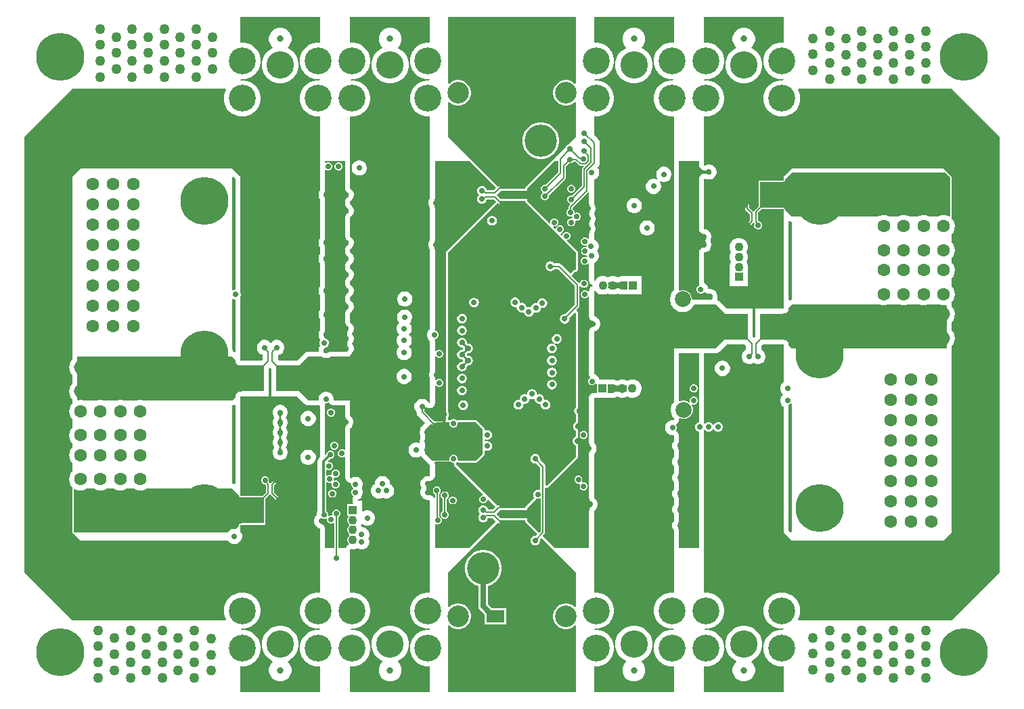
<source format=gbl>
G04*
G04 #@! TF.GenerationSoftware,Altium Limited,Altium Designer,21.3.1 (25)*
G04*
G04 Layer_Physical_Order=4*
G04 Layer_Color=16711680*
%FSLAX25Y25*%
%MOIN*%
G70*
G04*
G04 #@! TF.SameCoordinates,B8EFB4BC-30DA-42F7-88CE-EC59C6869F36*
G04*
G04*
G04 #@! TF.FilePolarity,Positive*
G04*
G01*
G75*
%ADD14C,0.00787*%
%ADD104C,0.03150*%
%ADD107C,0.01181*%
%ADD110C,0.04331*%
%ADD111R,0.04331X0.04331*%
%ADD112R,0.04331X0.04331*%
%ADD113C,0.06319*%
%ADD114C,0.15945*%
%ADD115C,0.10630*%
%ADD116C,0.07874*%
%ADD117C,0.13228*%
%ADD118C,0.13465*%
%ADD119C,0.10039*%
%ADD120C,0.02756*%
%ADD121C,0.05000*%
%ADD122C,0.23622*%
%ADD123R,0.08661X0.06102*%
%ADD124R,0.11417X0.12992*%
%ADD125R,0.12992X0.11417*%
%ADD126C,0.02756*%
G36*
X273622Y299970D02*
X273122Y299763D01*
X272716Y300168D01*
X271685Y300858D01*
X270538Y301333D01*
X269321Y301575D01*
X268080D01*
X266863Y301333D01*
X265717Y300858D01*
X264685Y300168D01*
X263808Y299291D01*
X263119Y298259D01*
X262644Y297113D01*
X262402Y295896D01*
Y294655D01*
X262644Y293438D01*
X263119Y292292D01*
X263808Y291260D01*
X264685Y290383D01*
X265717Y289693D01*
X266863Y289218D01*
X268080Y288976D01*
X269321D01*
X270538Y289218D01*
X271685Y289693D01*
X272716Y290383D01*
X273122Y290788D01*
X273622Y290581D01*
Y273622D01*
X269756Y269756D01*
X269430Y269621D01*
X268765Y268956D01*
X268630Y268630D01*
X248031Y248031D01*
X237702D01*
X237511Y248493D01*
X241754Y252737D01*
X242126D01*
X242510Y252813D01*
X242836Y253031D01*
X243053Y253356D01*
X243129Y253740D01*
X243053Y254124D01*
X242836Y254450D01*
X242510Y254667D01*
X242126Y254744D01*
X241339D01*
X240954Y254667D01*
X240629Y254450D01*
X235216Y249036D01*
X210630Y273622D01*
Y290581D01*
X211130Y290788D01*
X211536Y290383D01*
X212567Y289693D01*
X213714Y289218D01*
X214931Y288976D01*
X216172D01*
X217389Y289218D01*
X218535Y289693D01*
X219567Y290383D01*
X220444Y291260D01*
X221133Y292292D01*
X221608Y293438D01*
X221850Y294655D01*
Y295896D01*
X221608Y297113D01*
X221133Y298259D01*
X220444Y299291D01*
X219567Y300168D01*
X218535Y300858D01*
X217389Y301333D01*
X216172Y301575D01*
X214931D01*
X213714Y301333D01*
X212567Y300858D01*
X211536Y300168D01*
X211130Y299763D01*
X210630Y299970D01*
Y332677D01*
X273622D01*
Y299970D01*
D02*
G37*
G36*
X147638Y320082D02*
X147538Y320000D01*
X145770D01*
X144035Y319655D01*
X142402Y318978D01*
X140931Y317996D01*
X139681Y316746D01*
X138699Y315276D01*
X138022Y313642D01*
X137677Y311908D01*
Y310139D01*
X138022Y308405D01*
X138699Y306772D01*
X139681Y305301D01*
X140931Y304051D01*
X142402Y303069D01*
X144035Y302392D01*
X145770Y302047D01*
X147538D01*
X147553Y302035D01*
Y301990D01*
X147057Y301496D01*
X145770D01*
X144035Y301151D01*
X142402Y300474D01*
X140931Y299492D01*
X139681Y298242D01*
X138699Y296772D01*
X138022Y295138D01*
X137677Y293404D01*
Y291636D01*
X138022Y289901D01*
X138699Y288268D01*
X139681Y286798D01*
X140931Y285547D01*
X142402Y284565D01*
X144035Y283888D01*
X145770Y283543D01*
X147538D01*
X147638Y283461D01*
Y247415D01*
X147598Y247375D01*
X147105Y246522D01*
X146850Y245571D01*
Y244586D01*
X147105Y243635D01*
X147598Y242782D01*
X147638Y242742D01*
Y223793D01*
X147598Y223753D01*
X147105Y222900D01*
X146850Y221949D01*
Y220964D01*
X147105Y220013D01*
X147598Y219160D01*
X147638Y219120D01*
Y215919D01*
X147598Y215879D01*
X147105Y215026D01*
X146850Y214075D01*
Y213090D01*
X147105Y212139D01*
X147598Y211286D01*
X147638Y211246D01*
Y200171D01*
X147598Y200131D01*
X147105Y199278D01*
X146850Y198327D01*
Y197342D01*
X147105Y196391D01*
X147598Y195538D01*
X147638Y195498D01*
Y188360D01*
X147598Y188320D01*
X147105Y187467D01*
X146850Y186516D01*
Y185531D01*
X147105Y184580D01*
X147598Y183727D01*
X147638Y183687D01*
Y178518D01*
X147598Y178478D01*
X147105Y177625D01*
X146850Y176673D01*
Y175689D01*
X147105Y174738D01*
X147598Y173885D01*
X147638Y173845D01*
Y173419D01*
X147604Y173385D01*
X147244Y172517D01*
Y171577D01*
X147604Y170709D01*
X147638Y170675D01*
Y170644D01*
X147598Y170604D01*
X147105Y169751D01*
X146850Y168799D01*
Y167815D01*
X146811Y167763D01*
X141732D01*
X140811Y167579D01*
X140029Y167057D01*
X136358Y163386D01*
X127553D01*
X126827Y164112D01*
Y166066D01*
X127694Y166298D01*
X128547Y166791D01*
X129243Y167487D01*
X129736Y168340D01*
X129990Y169291D01*
Y170276D01*
X129736Y171227D01*
X129243Y172080D01*
X128547Y172776D01*
X127694Y173269D01*
X126743Y173524D01*
X125758D01*
X124807Y173269D01*
X123954Y172776D01*
X123263Y172085D01*
X122572Y172776D01*
X121719Y173269D01*
X120768Y173524D01*
X119783D01*
X118832Y173269D01*
X117979Y172776D01*
X117283Y172080D01*
X116790Y171227D01*
X116535Y170276D01*
Y169291D01*
X116790Y168340D01*
X117283Y167487D01*
X117979Y166791D01*
X118832Y166298D01*
X119268Y166182D01*
Y164144D01*
X118510Y163386D01*
X108268D01*
Y194921D01*
X108465Y195396D01*
Y196336D01*
X108268Y196811D01*
Y254590D01*
X107806Y254399D01*
X104331Y257874D01*
X29528D01*
X25591Y253937D01*
Y163978D01*
X25589Y163978D01*
X24704Y162824D01*
X24148Y161481D01*
X23958Y160039D01*
X24148Y158598D01*
X24704Y157255D01*
X25589Y156101D01*
X25591Y156100D01*
Y152167D01*
X25589Y152166D01*
X24704Y151013D01*
X24148Y149670D01*
X23958Y148228D01*
X24148Y146787D01*
X24704Y145444D01*
X25589Y144290D01*
X25591Y144289D01*
Y142325D01*
X25589Y142324D01*
X24704Y141171D01*
X24148Y139827D01*
X23958Y138386D01*
X24148Y136944D01*
X24704Y135601D01*
X25589Y134448D01*
X25591Y134447D01*
Y130514D01*
X25589Y130513D01*
X24704Y129359D01*
X24148Y128016D01*
X23958Y126575D01*
X24148Y125133D01*
X24704Y123790D01*
X25589Y122637D01*
X25591Y122636D01*
Y120671D01*
X25589Y120670D01*
X24704Y119517D01*
X24148Y118174D01*
X23958Y116732D01*
X24148Y115291D01*
X24704Y113948D01*
X25589Y112794D01*
X25591Y112793D01*
Y108860D01*
X25589Y108859D01*
X24704Y107706D01*
X24148Y106363D01*
X23958Y104921D01*
X24148Y103480D01*
X24704Y102137D01*
X25589Y100983D01*
X25591Y100982D01*
Y78740D01*
X29528Y74803D01*
X102209D01*
X102746Y74104D01*
X103527Y73505D01*
X104437Y73128D01*
X105413Y72999D01*
X106390Y73128D01*
X107300Y73505D01*
X107768Y73864D01*
X108268Y73617D01*
Y74337D01*
X108406Y74475D01*
X108899Y75328D01*
X109153Y76279D01*
Y77264D01*
X108899Y78215D01*
X108406Y79068D01*
X108268Y79207D01*
Y82480D01*
X120669D01*
Y95234D01*
X122732Y97297D01*
X122772Y97321D01*
X123337Y97291D01*
X123338Y97290D01*
X130689Y89939D01*
Y89567D01*
X130766Y89183D01*
X130983Y88857D01*
X131309Y88640D01*
X131693Y88563D01*
X132077Y88640D01*
X132403Y88857D01*
X132620Y89183D01*
X132696Y89567D01*
Y90354D01*
X132620Y90738D01*
X132403Y91064D01*
X125051Y98416D01*
Y101990D01*
X126224Y103164D01*
X126442Y103490D01*
X126518Y103874D01*
Y104406D01*
X126442Y104790D01*
X126224Y105116D01*
X125899Y105334D01*
X125515Y105410D01*
X125131Y105334D01*
X124805Y105116D01*
X124588Y104790D01*
X124511Y104406D01*
Y104289D01*
X123338Y103116D01*
X123309Y103073D01*
X122944Y103025D01*
X122702Y103055D01*
X122260Y103497D01*
X122448Y103951D01*
Y104734D01*
X122149Y105457D01*
X121595Y106011D01*
X120871Y106311D01*
X120088D01*
X119365Y106011D01*
X118811Y105457D01*
X118511Y104734D01*
Y103951D01*
X118811Y103227D01*
X119365Y102673D01*
X120088Y102374D01*
X120545D01*
X121044Y101875D01*
Y98447D01*
X119250Y96653D01*
X108268D01*
Y145669D01*
X122441D01*
Y159455D01*
X123031Y160045D01*
X123622Y159455D01*
Y145669D01*
X136358D01*
X140029Y141998D01*
X140811Y141476D01*
X141732Y141292D01*
X146769D01*
X146925Y141323D01*
X147083Y141313D01*
X147138Y141331D01*
X147638Y141024D01*
Y116023D01*
X147303Y115689D01*
X146830Y115072D01*
X146533Y114354D01*
X146431Y113583D01*
Y89382D01*
X146121Y88845D01*
X145866Y87894D01*
Y86982D01*
X145432Y86549D01*
X144940Y85696D01*
X144685Y84744D01*
Y83760D01*
X144940Y82808D01*
X145432Y81955D01*
X146129Y81259D01*
X146982Y80767D01*
X147638Y80591D01*
Y49216D01*
X147538Y49134D01*
X145770D01*
X144035Y48789D01*
X142402Y48112D01*
X140931Y47130D01*
X139681Y45880D01*
X138699Y44409D01*
X138022Y42776D01*
X137677Y41042D01*
Y39273D01*
X138022Y37539D01*
X138699Y35906D01*
X139681Y34435D01*
X140931Y33185D01*
X142402Y32203D01*
X144035Y31526D01*
X145770Y31181D01*
X147538D01*
X147553Y31169D01*
Y31124D01*
X147057Y30630D01*
X145770D01*
X144035Y30285D01*
X142402Y29608D01*
X140931Y28626D01*
X139681Y27376D01*
X138699Y25905D01*
X138022Y24272D01*
X137677Y22538D01*
Y20769D01*
X138022Y19035D01*
X138699Y17402D01*
X139681Y15931D01*
X140931Y14681D01*
X142402Y13699D01*
X144035Y13022D01*
X145770Y12677D01*
X147538D01*
X147638Y12595D01*
Y0D01*
X108268D01*
Y12595D01*
X108368Y12677D01*
X110136D01*
X111870Y13022D01*
X113504Y13699D01*
X114974Y14681D01*
X116224Y15931D01*
X117207Y17402D01*
X117883Y19035D01*
X118228Y20769D01*
Y22538D01*
X117883Y24272D01*
X117207Y25905D01*
X116224Y27376D01*
X114974Y28626D01*
X113504Y29608D01*
X111870Y30285D01*
X110136Y30630D01*
X108368D01*
X108353Y30642D01*
Y30687D01*
X108848Y31181D01*
X110136D01*
X111870Y31526D01*
X113504Y32203D01*
X114974Y33185D01*
X116224Y34435D01*
X117207Y35906D01*
X117883Y37539D01*
X118228Y39273D01*
Y41042D01*
X117883Y42776D01*
X117207Y44409D01*
X116224Y45880D01*
X114974Y47130D01*
X113504Y48112D01*
X111870Y48789D01*
X110136Y49134D01*
X108368D01*
X108268Y49216D01*
Y49080D01*
X107492Y49004D01*
X105800Y48491D01*
X104241Y47657D01*
X102874Y46535D01*
X101752Y45169D01*
X100919Y43609D01*
X100406Y41917D01*
X100232Y40157D01*
X100406Y38398D01*
X100919Y36706D01*
X101370Y35862D01*
X101113Y35433D01*
X25591D01*
X1969Y59055D01*
X1969Y273622D01*
X25591Y297244D01*
X101113Y297244D01*
X101370Y296815D01*
X100919Y295971D01*
X100406Y294279D01*
X100232Y292520D01*
X100406Y290760D01*
X100919Y289068D01*
X101752Y287509D01*
X102874Y286142D01*
X104241Y285020D01*
X105800Y284187D01*
X107492Y283673D01*
X108268Y283597D01*
Y283461D01*
X108368Y283543D01*
X110136D01*
X111870Y283888D01*
X113504Y284565D01*
X114974Y285547D01*
X116224Y286798D01*
X117207Y288268D01*
X117883Y289901D01*
X118228Y291636D01*
Y293404D01*
X117883Y295138D01*
X117207Y296772D01*
X116224Y298242D01*
X114974Y299492D01*
X113504Y300474D01*
X111870Y301151D01*
X110136Y301496D01*
X108368D01*
X108353Y301508D01*
Y301553D01*
X108848Y302047D01*
X110136D01*
X111870Y302392D01*
X113504Y303069D01*
X114974Y304051D01*
X116224Y305301D01*
X117207Y306772D01*
X117883Y308405D01*
X118228Y310139D01*
Y311908D01*
X117883Y313642D01*
X117207Y315276D01*
X116224Y316746D01*
X114974Y317996D01*
X113504Y318978D01*
X111870Y319655D01*
X110136Y320000D01*
X108368D01*
X108268Y320082D01*
Y332677D01*
X147638D01*
Y320082D01*
D02*
G37*
G36*
X159993Y248261D02*
X160055Y247952D01*
X160075Y247638D01*
X160145Y247495D01*
X160176Y247339D01*
X160352Y247077D01*
X160491Y246795D01*
X160610Y246690D01*
X160698Y246558D01*
X160960Y246383D01*
X161197Y246175D01*
X161251Y246144D01*
X161499Y245896D01*
X161674Y245593D01*
X161765Y245254D01*
Y244903D01*
X161674Y244565D01*
X161499Y244261D01*
X161251Y244013D01*
X161197Y243982D01*
X160960Y243775D01*
X160698Y243600D01*
X160610Y243467D01*
X160491Y243363D01*
X160351Y243080D01*
X160176Y242818D01*
X160145Y242662D01*
X160075Y242520D01*
X160055Y242206D01*
X159993Y241897D01*
Y240387D01*
X160055Y240078D01*
X160075Y239764D01*
X160145Y239621D01*
X160176Y239465D01*
X160352Y239203D01*
X160491Y238921D01*
X160610Y238816D01*
X160698Y238684D01*
X160960Y238509D01*
X161197Y238301D01*
X161251Y238270D01*
X161499Y238022D01*
X161674Y237719D01*
X161765Y237380D01*
Y237029D01*
X161674Y236691D01*
X161499Y236387D01*
X161251Y236139D01*
X161197Y236108D01*
X160960Y235901D01*
X160698Y235726D01*
X160610Y235594D01*
X160491Y235489D01*
X160351Y235206D01*
X160176Y234944D01*
X160145Y234788D01*
X160075Y234646D01*
X160055Y234331D01*
X159993Y234022D01*
Y224639D01*
X160055Y224330D01*
X160075Y224016D01*
X160145Y223873D01*
X160176Y223717D01*
X160352Y223455D01*
X160491Y223173D01*
X160610Y223068D01*
X160698Y222936D01*
X160960Y222761D01*
X161197Y222553D01*
X161251Y222522D01*
X161499Y222274D01*
X161674Y221971D01*
X161765Y221632D01*
Y221281D01*
X161674Y220943D01*
X161499Y220639D01*
X161251Y220391D01*
X161197Y220360D01*
X160960Y220153D01*
X160698Y219977D01*
X160610Y219845D01*
X160491Y219741D01*
X160351Y219458D01*
X160176Y219196D01*
X160145Y219040D01*
X160075Y218898D01*
X160055Y218583D01*
X159993Y218274D01*
Y216765D01*
X160055Y216456D01*
X160075Y216142D01*
X160145Y215999D01*
X160176Y215843D01*
X160352Y215581D01*
X160491Y215299D01*
X160610Y215194D01*
X160698Y215062D01*
X160960Y214887D01*
X161197Y214679D01*
X161251Y214648D01*
X161499Y214400D01*
X161674Y214097D01*
X161765Y213758D01*
Y213407D01*
X161674Y213069D01*
X161499Y212765D01*
X161251Y212517D01*
X161197Y212486D01*
X160960Y212279D01*
X160698Y212104D01*
X160610Y211971D01*
X160491Y211867D01*
X160351Y211584D01*
X160176Y211322D01*
X160145Y211166D01*
X160075Y211024D01*
X160055Y210709D01*
X159993Y210401D01*
Y208891D01*
X160055Y208582D01*
X160075Y208268D01*
X160145Y208125D01*
X160176Y207969D01*
X160352Y207707D01*
X160491Y207425D01*
X160610Y207320D01*
X160698Y207188D01*
X160960Y207013D01*
X161197Y206805D01*
X161251Y206774D01*
X161499Y206526D01*
X161674Y206223D01*
X161765Y205884D01*
Y205533D01*
X161674Y205195D01*
X161499Y204891D01*
X161251Y204643D01*
X161197Y204612D01*
X160960Y204404D01*
X160698Y204229D01*
X160610Y204097D01*
X160491Y203993D01*
X160351Y203710D01*
X160176Y203448D01*
X160145Y203292D01*
X160075Y203150D01*
X160055Y202835D01*
X159993Y202526D01*
Y201017D01*
X160055Y200708D01*
X160075Y200394D01*
X160145Y200251D01*
X160176Y200095D01*
X160352Y199833D01*
X160491Y199551D01*
X160610Y199446D01*
X160698Y199314D01*
X160960Y199139D01*
X161197Y198931D01*
X161251Y198900D01*
X161499Y198652D01*
X161674Y198349D01*
X161765Y198010D01*
Y197659D01*
X161674Y197321D01*
X161499Y197017D01*
X161251Y196769D01*
X161197Y196738D01*
X160960Y196530D01*
X160698Y196355D01*
X160610Y196223D01*
X160491Y196119D01*
X160351Y195836D01*
X160176Y195574D01*
X160145Y195418D01*
X160075Y195276D01*
X160055Y194961D01*
X159993Y194652D01*
Y193143D01*
X160055Y192834D01*
X160075Y192519D01*
X160145Y192377D01*
X160176Y192221D01*
X160352Y191959D01*
X160491Y191677D01*
X160610Y191572D01*
X160698Y191440D01*
X160960Y191265D01*
X161197Y191057D01*
X161251Y191026D01*
X161499Y190778D01*
X161674Y190475D01*
X161765Y190136D01*
Y189785D01*
X161674Y189447D01*
X161499Y189143D01*
X161251Y188895D01*
X161197Y188864D01*
X160960Y188656D01*
X160698Y188481D01*
X160610Y188349D01*
X160491Y188245D01*
X160351Y187962D01*
X160176Y187700D01*
X160145Y187544D01*
X160075Y187402D01*
X160055Y187087D01*
X159993Y186778D01*
Y182316D01*
X160055Y182007D01*
X160075Y181693D01*
X160145Y181550D01*
X160176Y181394D01*
X160352Y181132D01*
X160491Y180850D01*
X160610Y180745D01*
X160698Y180613D01*
X160960Y180438D01*
X161197Y180230D01*
X161251Y180200D01*
X161499Y179952D01*
X161674Y179648D01*
X161765Y179309D01*
Y178958D01*
X161674Y178620D01*
X161372Y178097D01*
X161037Y177595D01*
X160853Y176673D01*
X161037Y175751D01*
X161372Y175250D01*
X161674Y174727D01*
X161765Y174388D01*
Y174037D01*
X161674Y173699D01*
X161372Y173176D01*
X161037Y172674D01*
X160853Y171752D01*
X161037Y170830D01*
X161372Y170328D01*
X161674Y169805D01*
X161765Y169467D01*
Y169116D01*
X161674Y168777D01*
X161499Y168474D01*
X161251Y168226D01*
X161197Y168195D01*
X160960Y167987D01*
X160698Y167812D01*
X160666Y167763D01*
X152927D01*
X152610Y167700D01*
X152573Y167702D01*
X152503Y167678D01*
X152006Y167579D01*
X151793Y167437D01*
X151683Y167400D01*
X151105Y167066D01*
X150766Y166975D01*
X150415D01*
X150076Y167066D01*
X149498Y167400D01*
X149388Y167437D01*
X149208Y167558D01*
X149259Y167815D01*
Y168482D01*
X149350Y168821D01*
X149683Y169399D01*
X149721Y169509D01*
X149838Y169685D01*
X150076D01*
X150944Y170045D01*
X151609Y170709D01*
X151969Y171577D01*
Y172517D01*
X151609Y173385D01*
X150944Y174050D01*
X150076Y174409D01*
X149934D01*
X149863Y174766D01*
X149721Y174979D01*
X149683Y175089D01*
X149350Y175667D01*
X149259Y176006D01*
Y176356D01*
X149350Y176695D01*
X149683Y177273D01*
X149721Y177383D01*
X149863Y177596D01*
X149962Y178094D01*
X149986Y178163D01*
X149983Y178200D01*
X150046Y178518D01*
Y183687D01*
X149983Y184004D01*
X149986Y184042D01*
X149962Y184111D01*
X149863Y184609D01*
X149721Y184821D01*
X149683Y184931D01*
X149350Y185510D01*
X149259Y185848D01*
Y186199D01*
X149350Y186538D01*
X149683Y187116D01*
X149721Y187226D01*
X149863Y187438D01*
X149962Y187936D01*
X149986Y188006D01*
X149983Y188043D01*
X150046Y188360D01*
Y195498D01*
X149983Y195816D01*
X149986Y195852D01*
X149962Y195922D01*
X149863Y196420D01*
X149721Y196633D01*
X149683Y196742D01*
X149350Y197321D01*
X149259Y197659D01*
Y198010D01*
X149350Y198349D01*
X149683Y198927D01*
X149721Y199037D01*
X149863Y199250D01*
X149962Y199747D01*
X149986Y199817D01*
X149983Y199854D01*
X150046Y200171D01*
Y211246D01*
X149983Y211563D01*
X149986Y211601D01*
X149962Y211670D01*
X149863Y212168D01*
X149721Y212381D01*
X149683Y212490D01*
X149350Y213069D01*
X149259Y213407D01*
Y213758D01*
X149350Y214097D01*
X149683Y214675D01*
X149721Y214785D01*
X149863Y214998D01*
X149962Y215495D01*
X149986Y215565D01*
X149983Y215602D01*
X150046Y215919D01*
Y219120D01*
X149983Y219438D01*
X149986Y219475D01*
X149962Y219544D01*
X149863Y220042D01*
X149721Y220254D01*
X149683Y220364D01*
X149350Y220943D01*
X149259Y221281D01*
Y221632D01*
X149350Y221971D01*
X149683Y222549D01*
X149721Y222659D01*
X149863Y222872D01*
X149962Y223369D01*
X149986Y223439D01*
X149983Y223476D01*
X150046Y223793D01*
Y242742D01*
X149983Y243060D01*
X149986Y243097D01*
X149962Y243166D01*
X149863Y243664D01*
X149721Y243877D01*
X149683Y243987D01*
X149350Y244565D01*
X149259Y244903D01*
Y245254D01*
X149350Y245593D01*
X149683Y246171D01*
X149721Y246281D01*
X149863Y246494D01*
X149962Y246991D01*
X149986Y247061D01*
X149983Y247098D01*
X150046Y247415D01*
Y257147D01*
X150546Y257350D01*
X151183Y257087D01*
X151966D01*
X152690Y257386D01*
X153244Y257940D01*
X153543Y258664D01*
Y259447D01*
X153244Y260170D01*
X152690Y260724D01*
X151966Y261024D01*
X151183D01*
X150546Y260760D01*
X150046Y260964D01*
Y261811D01*
X159993D01*
Y248261D01*
D02*
G37*
G36*
X334206Y259775D02*
X334267Y259466D01*
X334288Y259151D01*
X334358Y259009D01*
X334389Y258853D01*
X334564Y258591D01*
X334703Y258309D01*
X334823Y258204D01*
X334911Y258072D01*
X335173Y257897D01*
X335410Y257689D01*
X335910Y257400D01*
X336208Y257299D01*
X336491Y257160D01*
X336649Y257149D01*
X336800Y257098D01*
X337114Y257119D01*
X337428Y257098D01*
X337579Y257149D01*
X337737Y257160D01*
X338020Y257299D01*
X338318Y257400D01*
X338561Y257540D01*
X338899Y257631D01*
X339250D01*
X339589Y257540D01*
X339893Y257365D01*
X340140Y257117D01*
X340316Y256813D01*
X340406Y256474D01*
Y256124D01*
X340316Y255785D01*
X340140Y255482D01*
X339893Y255234D01*
X339589Y255058D01*
X339250Y254967D01*
X338899D01*
X338561Y255058D01*
X338318Y255198D01*
X338020Y255299D01*
X337737Y255439D01*
X337579Y255449D01*
X337428Y255500D01*
X337114Y255480D01*
X336800Y255500D01*
X336649Y255449D01*
X336491Y255439D01*
X336208Y255299D01*
X335910Y255198D01*
X335410Y254909D01*
X335173Y254702D01*
X334911Y254527D01*
X334823Y254395D01*
X334703Y254290D01*
X334564Y254007D01*
X334389Y253745D01*
X334358Y253590D01*
X334288Y253447D01*
X334267Y253133D01*
X334206Y252824D01*
Y228150D01*
X334389Y227228D01*
X334911Y226447D01*
X335693Y225924D01*
X336614Y225741D01*
X336789D01*
X337128Y225650D01*
X337432Y225475D01*
X337680Y225227D01*
X337855Y224923D01*
X337946Y224585D01*
Y224234D01*
X337855Y223895D01*
X337711Y223645D01*
X337609Y223347D01*
X337470Y223064D01*
X337460Y222906D01*
X337408Y222755D01*
X337429Y222441D01*
X337408Y222127D01*
X337460Y221976D01*
X337470Y221818D01*
X337609Y221535D01*
X337711Y221237D01*
X337855Y220986D01*
X337946Y220648D01*
Y220297D01*
X337855Y219958D01*
X337680Y219655D01*
X337432Y219407D01*
X337128Y219232D01*
X336789Y219141D01*
X336614D01*
X335693Y218957D01*
X334911Y218435D01*
X334389Y217654D01*
X334206Y216732D01*
Y201835D01*
X334267Y201526D01*
X334288Y201211D01*
X334358Y201069D01*
X334389Y200913D01*
X334434Y200846D01*
X334342Y200371D01*
X334221Y200217D01*
X333924Y200094D01*
X333371Y199540D01*
X333071Y198817D01*
Y198034D01*
X333371Y197310D01*
X333924Y196756D01*
X334648Y196457D01*
X335431D01*
X336154Y196756D01*
X336542Y197144D01*
X337112Y197170D01*
X337167Y197151D01*
X337285Y197049D01*
X337371Y196919D01*
X337636Y196742D01*
X337875Y196533D01*
X338023Y196484D01*
X338153Y196397D01*
X338465Y196335D01*
X338766Y196233D01*
X338921Y196244D01*
X339074Y196214D01*
X339742D01*
X340081Y196123D01*
X340385Y195948D01*
X340633Y195700D01*
X340808Y195396D01*
X340899Y195057D01*
Y194707D01*
X340807Y194365D01*
X340779Y193946D01*
X340734Y193528D01*
X340265Y193353D01*
X331937D01*
X331937Y193353D01*
X331477Y193262D01*
X331221Y193211D01*
X330720Y193529D01*
Y194135D01*
X330412Y195286D01*
X329816Y196319D01*
X328973Y197161D01*
X327941Y197758D01*
X326789Y198066D01*
X325597D01*
X324714Y197830D01*
X324477Y197973D01*
X324260Y198195D01*
X324259Y198199D01*
Y261811D01*
X334206D01*
Y259775D01*
D02*
G37*
G36*
X234222Y248611D02*
X233111Y247499D01*
X229724D01*
Y247616D01*
X229365Y248484D01*
X228700Y249148D01*
X227832Y249508D01*
X226892D01*
X226024Y249148D01*
X225360Y248484D01*
X225000Y247616D01*
Y246676D01*
X225360Y245808D01*
X225713Y245455D01*
X226010Y245128D01*
X225713Y244801D01*
X225360Y244448D01*
X225000Y243580D01*
Y242640D01*
X225360Y241772D01*
X226024Y241108D01*
X226892Y240748D01*
X227832D01*
X228700Y241108D01*
X229365Y241772D01*
X229724Y242640D01*
Y242689D01*
X233080D01*
X234222Y241547D01*
X209920Y217245D01*
X209703Y216919D01*
X209626Y216535D01*
Y175197D01*
X209626Y175197D01*
Y138117D01*
X209646Y138020D01*
Y137921D01*
X209683Y137830D01*
X209703Y137733D01*
X209758Y137651D01*
X209795Y137559D01*
X209941Y137341D01*
X210047Y136811D01*
X209941Y136281D01*
X209795Y136063D01*
X209758Y135971D01*
X209703Y135889D01*
X209683Y135792D01*
X209646Y135701D01*
Y135602D01*
X209626Y135505D01*
Y133878D01*
X209327Y133513D01*
X205025D01*
X204908Y133465D01*
X204781D01*
X204691Y133375D01*
X204573Y133326D01*
X204063Y133183D01*
X198838Y138408D01*
Y140709D01*
X198922Y140780D01*
X199312Y140927D01*
X199431Y140791D01*
X199653Y140492D01*
X199739Y140440D01*
X199805Y140365D01*
X200139Y140200D01*
X200458Y140008D01*
X200558Y139993D01*
X200648Y139949D01*
X201020Y139925D01*
X201388Y139870D01*
X201697Y139884D01*
X202061Y139975D01*
X202430Y140036D01*
X202620Y140108D01*
X202654Y140129D01*
X202693Y140137D01*
X203052Y140376D01*
X203418Y140604D01*
X203442Y140637D01*
X203475Y140659D01*
X203714Y141017D01*
X203965Y141368D01*
X203975Y141407D01*
X203997Y141440D01*
X204081Y141863D01*
X204179Y142283D01*
X204172Y142323D01*
X204180Y142362D01*
Y151044D01*
X204448Y151165D01*
X204680Y151197D01*
X205184Y150693D01*
X205908Y150394D01*
X206691D01*
X207414Y150693D01*
X207968Y151247D01*
X208268Y151971D01*
Y152754D01*
X207968Y153477D01*
X207414Y154031D01*
X206691Y154331D01*
X205908D01*
X205184Y154031D01*
X204680Y153527D01*
X204448Y153560D01*
X204180Y153680D01*
Y154615D01*
X204149Y154771D01*
X204159Y154929D01*
X204058Y155228D01*
X203997Y155537D01*
X203908Y155669D01*
X203908Y155672D01*
X203786Y156124D01*
Y156474D01*
X203908Y156927D01*
X203908Y156930D01*
X203997Y157062D01*
X204058Y157371D01*
X204159Y157669D01*
X204149Y157827D01*
X204180Y157983D01*
Y165414D01*
X204448Y165535D01*
X204680Y165568D01*
X205184Y165064D01*
X205908Y164764D01*
X206691D01*
X207414Y165064D01*
X207968Y165617D01*
X208268Y166341D01*
Y167124D01*
X207968Y167847D01*
X207414Y168401D01*
X206691Y168701D01*
X205908D01*
X205184Y168401D01*
X204680Y167897D01*
X204448Y167930D01*
X204180Y168050D01*
Y173018D01*
X204081Y173516D01*
X204486Y174016D01*
X205210Y174315D01*
X205763Y174869D01*
X206063Y175593D01*
Y176376D01*
X205763Y177099D01*
X205210Y177653D01*
X204486Y177953D01*
X204081Y178453D01*
X204180Y178951D01*
Y218136D01*
X204117Y218453D01*
X204119Y218490D01*
X204096Y218560D01*
X203997Y219057D01*
X203855Y219270D01*
X203817Y219380D01*
X203484Y219958D01*
X203393Y220297D01*
Y220648D01*
X203484Y220987D01*
X203817Y221565D01*
X203855Y221675D01*
X203997Y221887D01*
X204096Y222385D01*
X204119Y222455D01*
X204117Y222492D01*
X204180Y222809D01*
Y238805D01*
X204117Y239123D01*
X204119Y239160D01*
X204096Y239229D01*
X203997Y239727D01*
X203855Y239939D01*
X203817Y240050D01*
X203484Y240628D01*
X203393Y240966D01*
Y241317D01*
X203484Y241656D01*
X203817Y242234D01*
X203855Y242344D01*
X203997Y242557D01*
X204096Y243054D01*
X204119Y243124D01*
X204117Y243161D01*
X204180Y243478D01*
Y261811D01*
X221022D01*
X234222Y248611D01*
D02*
G37*
G36*
X264843Y256026D02*
X258771Y249954D01*
X258659Y250000D01*
X257876D01*
X257153Y249700D01*
X256599Y249147D01*
X256299Y248423D01*
Y247640D01*
X256599Y246916D01*
X257110Y246405D01*
X257133Y246122D01*
X257110Y245839D01*
X256599Y245328D01*
X256299Y244604D01*
Y243821D01*
X256599Y243097D01*
X257153Y242544D01*
X257876Y242244D01*
X258659D01*
X259383Y242544D01*
X259936Y243097D01*
X260236Y243821D01*
Y244604D01*
X260190Y244716D01*
X268171Y252696D01*
X268388Y253022D01*
X268465Y253406D01*
Y258778D01*
X270265Y260578D01*
X270376Y260531D01*
X271159D01*
X271883Y260831D01*
X272436Y261385D01*
X272483Y261496D01*
X273322D01*
X275194Y259625D01*
X275519Y259407D01*
X275903Y259331D01*
X277213D01*
X277405Y258869D01*
X276850Y258314D01*
X276632Y257988D01*
X276555Y257604D01*
Y249530D01*
X271763Y244737D01*
X271651Y244783D01*
X270868D01*
X270145Y244484D01*
X269591Y243930D01*
X269291Y243207D01*
Y242423D01*
X269591Y241700D01*
X270145Y241146D01*
X270612Y240953D01*
X270751Y240385D01*
X270157Y239790D01*
X269939Y239465D01*
X269863Y239081D01*
Y237935D01*
X269751Y237889D01*
X269197Y237335D01*
X268898Y236612D01*
Y235829D01*
X269197Y235105D01*
X269751Y234552D01*
X270475Y234252D01*
X271258D01*
X271380Y234303D01*
X271845Y234016D01*
X271854Y233922D01*
X271817Y233838D01*
X271435Y233465D01*
X270868D01*
X270145Y233165D01*
X269591Y232611D01*
X269291Y231888D01*
Y231104D01*
X269591Y230381D01*
X270145Y229827D01*
X270868Y229528D01*
X271651D01*
X272375Y229827D01*
X272929Y230381D01*
X273228Y231104D01*
Y231888D01*
X273198Y231960D01*
X273552Y232313D01*
X273624Y232283D01*
X274407D01*
X275131Y232583D01*
X275685Y233137D01*
X275984Y233860D01*
Y234644D01*
X275685Y235367D01*
X275131Y235921D01*
X274407Y236221D01*
X273624D01*
X273335Y236101D01*
X272835Y236435D01*
Y236612D01*
X272535Y237335D01*
X271981Y237889D01*
X271870Y237935D01*
Y238665D01*
X279572Y246367D01*
X279958Y246260D01*
X280072Y246178D01*
Y240526D01*
X280135Y240208D01*
X280133Y240171D01*
X280156Y240101D01*
X280255Y239604D01*
X280397Y239391D01*
X280435Y239281D01*
X280768Y238703D01*
X280859Y238364D01*
Y238014D01*
X280768Y237675D01*
X280435Y237097D01*
X280397Y236987D01*
X280255Y236774D01*
X280156Y236277D01*
X280133Y236207D01*
X280135Y236170D01*
X280072Y235852D01*
Y235604D01*
X280135Y235287D01*
X280133Y235250D01*
X280156Y235180D01*
X280255Y234683D01*
X280397Y234470D01*
X280435Y234360D01*
X280768Y233782D01*
X280859Y233443D01*
Y233092D01*
X280768Y232754D01*
X280435Y232175D01*
X280397Y232066D01*
X280255Y231853D01*
X280156Y231355D01*
X280133Y231286D01*
X280135Y231248D01*
X280072Y230931D01*
Y230683D01*
X280135Y230366D01*
X280133Y230329D01*
X280156Y230259D01*
X280255Y229761D01*
X280397Y229549D01*
X280435Y229439D01*
X280768Y228860D01*
X280859Y228522D01*
Y228171D01*
X280768Y227833D01*
X280435Y227254D01*
X280397Y227144D01*
X280255Y226932D01*
X280156Y226434D01*
X280133Y226364D01*
X280135Y226327D01*
X280072Y226010D01*
Y223365D01*
X279804Y223245D01*
X279572Y223212D01*
X279068Y223716D01*
X278344Y224016D01*
X277561D01*
X276838Y223716D01*
X276284Y223162D01*
X275984Y222439D01*
Y221656D01*
X276284Y220932D01*
X276838Y220378D01*
X277561Y220079D01*
X278344D01*
X278524Y220153D01*
X278960Y219849D01*
X278955Y219585D01*
X278515Y219286D01*
X278511Y219287D01*
X277728D01*
X277005Y218987D01*
X276451Y218434D01*
X276151Y217710D01*
Y216927D01*
X276451Y216204D01*
X277005Y215650D01*
X277728Y215350D01*
X278511D01*
X278717Y215435D01*
X279107Y215143D01*
X279131Y214624D01*
X278920Y214415D01*
X278747Y214315D01*
X278344Y214481D01*
X277561D01*
X276838Y214182D01*
X276284Y213628D01*
X275984Y212904D01*
Y212121D01*
X276284Y211398D01*
X276838Y210844D01*
X277561Y210544D01*
X278344D01*
X279068Y210844D01*
X279572Y211348D01*
X279804Y211315D01*
X280072Y211195D01*
Y202948D01*
X280103Y202792D01*
X280092Y202633D01*
X280194Y202335D01*
X280255Y202026D01*
X280343Y201894D01*
X280395Y201744D01*
X280602Y201507D01*
X280777Y201245D01*
X280909Y201156D01*
X281014Y201037D01*
X281297Y200898D01*
X281559Y200723D01*
X281714Y200692D01*
X281775Y200662D01*
X281819Y200394D01*
X281775Y200126D01*
X281714Y200096D01*
X281559Y200065D01*
X281297Y199890D01*
X281014Y199750D01*
X280909Y199631D01*
X280777Y199543D01*
X280602Y199281D01*
X280395Y199044D01*
X280343Y198893D01*
X280255Y198761D01*
X280194Y198452D01*
X280092Y198154D01*
X280103Y197995D01*
X280072Y197840D01*
Y197381D01*
X279804Y197261D01*
X279572Y197228D01*
X279068Y197732D01*
X278344Y198031D01*
X277561D01*
X276838Y197732D01*
X276284Y197178D01*
X275984Y196455D01*
Y195671D01*
X276284Y194948D01*
X276838Y194394D01*
X277561Y194095D01*
X278344D01*
X279068Y194394D01*
X279572Y194898D01*
X279804Y194865D01*
X280072Y194745D01*
Y190945D01*
Y185210D01*
X280103Y185054D01*
X280092Y184896D01*
X280194Y184597D01*
X280255Y184288D01*
X280343Y184156D01*
X280395Y184006D01*
X280602Y183769D01*
X280777Y183507D01*
X280909Y183419D01*
X281014Y183299D01*
X281297Y183160D01*
X281559Y182985D01*
X281714Y182954D01*
X281857Y182884D01*
X282404Y182737D01*
X282707Y182562D01*
X282955Y182314D01*
X283131Y182010D01*
X283221Y181671D01*
Y181321D01*
X283131Y180982D01*
X282955Y180678D01*
X282707Y180430D01*
X282404Y180255D01*
X281857Y180109D01*
X281715Y180038D01*
X281559Y180007D01*
X281297Y179832D01*
X281014Y179693D01*
X280909Y179574D01*
X280777Y179485D01*
X280602Y179223D01*
X280395Y178986D01*
X280343Y178836D01*
X280255Y178704D01*
X280194Y178395D01*
X280092Y178097D01*
X280103Y177938D01*
X280072Y177782D01*
Y169291D01*
Y156758D01*
X280103Y156602D01*
X280092Y156444D01*
X280194Y156145D01*
X280255Y155836D01*
X280343Y155704D01*
X280395Y155554D01*
X280516Y155415D01*
X280496Y155077D01*
X280381Y154818D01*
X279827Y154265D01*
X279528Y153541D01*
Y152758D01*
X279827Y152034D01*
X280381Y151481D01*
X281104Y151181D01*
X281888D01*
X282611Y151481D01*
X283053Y151923D01*
X283626Y151941D01*
X283858Y151703D01*
Y147487D01*
X282480D01*
X281559Y147304D01*
X280777Y146782D01*
X280255Y146000D01*
X280072Y145079D01*
Y122887D01*
X280255Y121965D01*
X280777Y121184D01*
X281065Y120896D01*
X281240Y120593D01*
X281331Y120254D01*
Y119903D01*
X281240Y119565D01*
X281065Y119261D01*
X280777Y118973D01*
X280255Y118192D01*
X280072Y117270D01*
Y95702D01*
X280133Y95393D01*
X280154Y95079D01*
X280224Y94936D01*
X280255Y94780D01*
X280430Y94518D01*
X280570Y94236D01*
X280689Y94131D01*
X280777Y93999D01*
X281039Y93824D01*
X281276Y93616D01*
X281329Y93585D01*
X281577Y93337D01*
X281753Y93034D01*
X281843Y92695D01*
Y92344D01*
X281753Y92006D01*
X281577Y91702D01*
X281329Y91454D01*
X281276Y91423D01*
X281039Y91215D01*
X280777Y91040D01*
X280689Y90908D01*
X280570Y90804D01*
X280430Y90521D01*
X280255Y90259D01*
X280224Y90103D01*
X280154Y89961D01*
X280133Y89647D01*
X280072Y89337D01*
Y70866D01*
X263230D01*
X257412Y76685D01*
X257412Y76685D01*
X257432Y77272D01*
X258091Y77932D01*
X258309Y78258D01*
X258385Y78642D01*
Y100499D01*
X258862Y100839D01*
X258885Y100837D01*
X259249Y100765D01*
X259633Y100841D01*
X259958Y101059D01*
X274332Y115432D01*
X274549Y115758D01*
X274626Y116142D01*
Y121390D01*
X274606Y121487D01*
Y121586D01*
X274569Y121677D01*
X274549Y121774D01*
X274494Y121856D01*
X274456Y121947D01*
X274387Y122017D01*
X274332Y122099D01*
X274250Y122154D01*
X274180Y122224D01*
X274088Y122262D01*
X274006Y122317D01*
X273931Y122332D01*
X273440Y122660D01*
X273140Y123109D01*
X273034Y123640D01*
X273140Y124170D01*
X273440Y124619D01*
X273931Y124948D01*
X274006Y124962D01*
X274088Y125017D01*
X274180Y125055D01*
X274250Y125125D01*
X274332Y125180D01*
X274387Y125262D01*
X274456Y125332D01*
X274494Y125423D01*
X274549Y125505D01*
X274569Y125602D01*
X274606Y125694D01*
Y125793D01*
X274626Y125890D01*
Y128722D01*
X274606Y128819D01*
Y128918D01*
X274569Y129009D01*
X274549Y129106D01*
X274494Y129188D01*
X274456Y129280D01*
X274387Y129350D01*
X274332Y129432D01*
X274250Y129487D01*
X274180Y129557D01*
X273627Y129926D01*
X273326Y130375D01*
X273221Y130905D01*
X273326Y131436D01*
X273627Y131885D01*
X274180Y132254D01*
X274250Y132324D01*
X274332Y132379D01*
X274387Y132461D01*
X274456Y132531D01*
X274494Y132623D01*
X274549Y132705D01*
X274569Y132802D01*
X274606Y132893D01*
Y132992D01*
X274626Y133089D01*
Y136794D01*
X274606Y136891D01*
Y136990D01*
X274569Y137081D01*
X274549Y137178D01*
X274494Y137260D01*
X274456Y137352D01*
X274387Y137421D01*
X274332Y137504D01*
X274250Y137558D01*
X274242Y137565D01*
X273917Y138052D01*
X273812Y138583D01*
X273917Y139113D01*
X274242Y139600D01*
X274250Y139607D01*
X274332Y139662D01*
X274387Y139744D01*
X274456Y139814D01*
X274494Y139905D01*
X274549Y139987D01*
X274569Y140084D01*
X274606Y140176D01*
Y140275D01*
X274626Y140371D01*
Y157480D01*
X274626Y157480D01*
Y186828D01*
X274549Y187212D01*
X274332Y187538D01*
X274024Y187744D01*
X274006Y187759D01*
X273909Y188337D01*
X275119Y189546D01*
X275337Y189872D01*
X275413Y190256D01*
Y199912D01*
X275797Y200036D01*
X275913Y200043D01*
X276444Y199512D01*
X277168Y199213D01*
X277951D01*
X278674Y199512D01*
X279228Y200066D01*
X279528Y200789D01*
Y201573D01*
X279228Y202296D01*
X278674Y202850D01*
X277951Y203150D01*
X277168D01*
X276444Y202850D01*
X275890Y202296D01*
X275621Y201646D01*
X275311Y201543D01*
X275091Y201525D01*
X271599Y205017D01*
X271772Y205551D01*
X271782Y205556D01*
X271918Y205613D01*
X271953Y205648D01*
X271997Y205671D01*
X272091Y205785D01*
X272195Y205889D01*
X272214Y205935D01*
X272246Y205974D01*
X272288Y206115D01*
X272335Y206228D01*
X272642Y206688D01*
X273092Y206989D01*
X273818Y207133D01*
X273909Y207171D01*
X274006Y207190D01*
X274088Y207245D01*
X274180Y207283D01*
X274250Y207353D01*
X274332Y207407D01*
X274387Y207490D01*
X274456Y207560D01*
X274494Y207651D01*
X274549Y207733D01*
X274569Y207830D01*
X274606Y207921D01*
Y208020D01*
X274626Y208117D01*
Y216535D01*
X274549Y216919D01*
X274332Y217245D01*
X269204Y222373D01*
X269402Y222882D01*
X270013Y223134D01*
X270567Y223688D01*
X270866Y224412D01*
Y225195D01*
X270567Y225918D01*
X270013Y226472D01*
X269289Y226772D01*
X268506D01*
X267783Y226472D01*
X267229Y225918D01*
X266976Y225308D01*
X266467Y225110D01*
X266017Y225560D01*
X266237Y226047D01*
X266901Y226322D01*
X267455Y226876D01*
X267754Y227599D01*
Y228382D01*
X267455Y229106D01*
X266901Y229660D01*
X266178Y229959D01*
X265394D01*
X264671Y229660D01*
X264117Y229106D01*
X263842Y228442D01*
X263355Y228221D01*
X262513Y229064D01*
X262756Y229528D01*
X263384D01*
X264107Y229827D01*
X264661Y230381D01*
X264961Y231104D01*
Y231888D01*
X264661Y232611D01*
X264107Y233165D01*
X263384Y233465D01*
X262601D01*
X261877Y233165D01*
X261323Y232611D01*
X261024Y231888D01*
Y231260D01*
X260560Y231017D01*
X249606Y241970D01*
Y243110D01*
X248129D01*
X248031Y243129D01*
X237702D01*
X237605Y243110D01*
X236633D01*
X234682Y245060D01*
X234686Y245101D01*
X236633Y247047D01*
X237605D01*
X237702Y247028D01*
X248031D01*
X248129Y247047D01*
X249606D01*
Y248187D01*
X263230Y261811D01*
X264843D01*
Y256026D01*
D02*
G37*
G36*
X273622Y216535D02*
Y208117D01*
X272700Y207934D01*
X271919Y207412D01*
X271397Y206630D01*
X271360Y206447D01*
X270882Y206302D01*
X266348Y210836D01*
X265892Y211140D01*
X265354Y211247D01*
X262926D01*
X262727Y211546D01*
X261945Y212068D01*
X261024Y212251D01*
X260102Y212068D01*
X259321Y211546D01*
X258799Y210764D01*
X258615Y209842D01*
X258799Y208921D01*
X259321Y208139D01*
X260102Y207617D01*
X261024Y207434D01*
X261945Y207617D01*
X262727Y208139D01*
X262926Y208438D01*
X264772D01*
X273005Y200205D01*
Y190838D01*
X268407Y186241D01*
X268110Y186300D01*
X267189Y186117D01*
X266407Y185594D01*
X265885Y184813D01*
X265702Y183891D01*
X265885Y182970D01*
X266407Y182188D01*
X267189Y181666D01*
X268110Y181483D01*
X269032Y181666D01*
X269813Y182188D01*
X270335Y182970D01*
X270519Y183891D01*
X270438Y184298D01*
X273160Y187020D01*
X273622Y186828D01*
Y157480D01*
X273622D01*
Y140371D01*
X273494Y140286D01*
X272972Y139504D01*
X272788Y138583D01*
X272972Y137661D01*
X273494Y136880D01*
X273622Y136794D01*
Y133089D01*
X272903Y132609D01*
X272381Y131827D01*
X272198Y130905D01*
X272381Y129984D01*
X272903Y129202D01*
X273622Y128722D01*
Y125890D01*
X273498Y125865D01*
X272716Y125343D01*
X272194Y124561D01*
X272011Y123640D01*
X272194Y122718D01*
X272716Y121937D01*
X273498Y121414D01*
X273622Y121390D01*
Y116142D01*
X259249Y101769D01*
X258787Y101960D01*
Y111122D01*
X258680Y111660D01*
X258375Y112116D01*
X255882Y114609D01*
X255952Y114961D01*
X255768Y115882D01*
X255246Y116664D01*
X254465Y117186D01*
X253543Y117369D01*
X252622Y117186D01*
X251840Y116664D01*
X251318Y115882D01*
X251135Y114961D01*
X251318Y114039D01*
X251840Y113258D01*
X252622Y112735D01*
X253543Y112552D01*
X253895Y112622D01*
X255977Y110540D01*
Y100034D01*
X255477Y99641D01*
X254921Y99751D01*
X254000Y99568D01*
X253218Y99046D01*
X252696Y98264D01*
X252513Y97342D01*
X252696Y96421D01*
X253179Y95698D01*
X248031Y90551D01*
X238490D01*
X238299Y91013D01*
X242836Y95550D01*
X243053Y95876D01*
X243129Y96260D01*
X243053Y96644D01*
X242836Y96969D01*
X242510Y97187D01*
X242126Y97263D01*
X241742Y97187D01*
X241416Y96969D01*
X236395Y91948D01*
X235630D01*
X235246Y91872D01*
X235038Y91733D01*
X214474Y112298D01*
X214569Y112910D01*
X215089Y113258D01*
X215125Y113312D01*
X215153Y113301D01*
X215235Y113246D01*
X215332Y113227D01*
X215423Y113189D01*
X215522D01*
X215619Y113170D01*
X224410D01*
X224794Y113246D01*
X225119Y113464D01*
X228269Y116613D01*
X228486Y116939D01*
X228563Y117323D01*
Y118309D01*
X228603Y118370D01*
X228669Y118700D01*
X229236Y118988D01*
X229921Y118851D01*
X230843Y119035D01*
X231624Y119557D01*
X232146Y120338D01*
X232330Y121260D01*
X232146Y122181D01*
X231624Y122963D01*
X230843Y123485D01*
X229921Y123668D01*
X229274Y123539D01*
X228927Y123598D01*
X228731Y123902D01*
X228680Y124159D01*
X228796Y124300D01*
X229117Y124523D01*
X229921Y124363D01*
X230843Y124547D01*
X231624Y125069D01*
X232146Y125850D01*
X232330Y126772D01*
X232146Y127693D01*
X231624Y128475D01*
X230843Y128997D01*
X229921Y129180D01*
X229063Y129009D01*
X228917Y129056D01*
X228563Y129306D01*
Y129724D01*
X228486Y130108D01*
X228269Y130434D01*
X225119Y133584D01*
X224794Y133801D01*
X224409Y133878D01*
X222577D01*
X222441Y133905D01*
X222305Y133878D01*
X218246D01*
X218110Y133905D01*
X217974Y133878D01*
X215487D01*
X215390Y133858D01*
X215292D01*
X215200Y133820D01*
X215200Y133820D01*
X215089Y133986D01*
X214307Y134509D01*
X213386Y134692D01*
X212464Y134509D01*
X211683Y133986D01*
X211572Y133820D01*
X211572Y133820D01*
X211480Y133858D01*
X211381D01*
X211284Y133878D01*
X210630D01*
Y135505D01*
X210887Y135889D01*
X211070Y136811D01*
X210887Y137733D01*
X210630Y138117D01*
Y175197D01*
X210630D01*
Y216535D01*
X235216Y241121D01*
X240629Y235708D01*
X240954Y235490D01*
X241339Y235414D01*
X242126D01*
X242510Y235490D01*
X242836Y235708D01*
X243053Y236033D01*
X243129Y236417D01*
X243053Y236801D01*
X242836Y237127D01*
X242510Y237345D01*
X242126Y237421D01*
X241754D01*
X237511Y241664D01*
X237702Y242126D01*
X248031D01*
X273622Y216535D01*
D02*
G37*
G36*
X458022Y253672D02*
Y234441D01*
X457522Y234288D01*
X456856Y234673D01*
X455451Y235049D01*
X453998D01*
X452593Y234673D01*
X451864Y234252D01*
X447742D01*
X447013Y234673D01*
X445609Y235049D01*
X444155D01*
X442751Y234673D01*
X442022Y234252D01*
X437900D01*
X437171Y234673D01*
X435766Y235049D01*
X434312D01*
X432908Y234673D01*
X432179Y234252D01*
X428057D01*
X427328Y234673D01*
X425924Y235049D01*
X424470D01*
X423066Y234673D01*
X422336Y234252D01*
X379921D01*
X376624Y237550D01*
Y237992D01*
X376436Y238444D01*
X375984Y238631D01*
X375542D01*
X375000Y239173D01*
Y250984D01*
X375542Y251526D01*
X375984D01*
X376436Y251713D01*
X376624Y252165D01*
Y252608D01*
X379921Y255906D01*
X455789D01*
X458022Y253672D01*
D02*
G37*
G36*
X298819Y198275D02*
X296375D01*
X295836Y198419D01*
X295397Y198672D01*
X295099Y198774D01*
X294816Y198913D01*
X294658Y198923D01*
X294507Y198974D01*
X294193Y198954D01*
X293879Y198974D01*
X293728Y198923D01*
X293570Y198913D01*
X293287Y198774D01*
X292989Y198672D01*
X292550Y198419D01*
X292011Y198275D01*
X291453D01*
X290914Y198419D01*
X290476Y198672D01*
X290177Y198774D01*
X289895Y198913D01*
X289737Y198923D01*
X289724Y198927D01*
X289519Y199167D01*
X289415Y199464D01*
X289567Y200031D01*
Y200757D01*
X289415Y201323D01*
X289519Y201620D01*
X289724Y201860D01*
X289737Y201864D01*
X289895Y201875D01*
X290177Y202014D01*
X290476Y202115D01*
X290914Y202368D01*
X291453Y202513D01*
X292011D01*
X292550Y202368D01*
X292989Y202115D01*
X293287Y202014D01*
X293570Y201875D01*
X293728Y201864D01*
X293879Y201813D01*
X294193Y201834D01*
X294507Y201813D01*
X294658Y201864D01*
X294816Y201875D01*
X295099Y202014D01*
X295397Y202115D01*
X295836Y202368D01*
X296375Y202513D01*
X298819D01*
Y198275D01*
D02*
G37*
G36*
X105859Y252939D02*
Y198228D01*
X105632D01*
X104831Y197896D01*
X104331Y198088D01*
Y253761D01*
X104809Y253990D01*
X105859Y252939D01*
D02*
G37*
G36*
X321850Y320082D02*
X321750Y320000D01*
X319982D01*
X318248Y319655D01*
X316614Y318978D01*
X315144Y317996D01*
X313894Y316746D01*
X312911Y315276D01*
X312235Y313642D01*
X311890Y311908D01*
Y310139D01*
X312235Y308405D01*
X312911Y306772D01*
X313894Y305301D01*
X315144Y304051D01*
X316614Y303069D01*
X318248Y302392D01*
X319982Y302047D01*
X321750D01*
X321765Y302035D01*
Y301990D01*
X321270Y301496D01*
X319982D01*
X318248Y301151D01*
X316614Y300474D01*
X315144Y299492D01*
X313894Y298242D01*
X312911Y296772D01*
X312235Y295138D01*
X311890Y293404D01*
Y291636D01*
X312235Y289901D01*
X312911Y288268D01*
X313894Y286798D01*
X315144Y285547D01*
X316614Y284565D01*
X318248Y283888D01*
X319982Y283543D01*
X321750D01*
X321850Y283461D01*
Y198105D01*
X321300Y197554D01*
X320611Y196522D01*
X320136Y195376D01*
X319894Y194159D01*
Y192918D01*
X320136Y191701D01*
X320449Y190945D01*
X320611Y190555D01*
X321300Y189523D01*
X322177Y188646D01*
X323209Y187956D01*
X324356Y187481D01*
X325572Y187239D01*
X326813D01*
X328030Y187481D01*
X329177Y187956D01*
X330208Y188646D01*
X331086Y189523D01*
X331775Y190555D01*
X331937Y190945D01*
X342520D01*
X347441Y186024D01*
Y174213D01*
X342520Y169291D01*
X321850D01*
Y143204D01*
X321800Y143154D01*
X321111Y142122D01*
X320636Y140976D01*
X320394Y139759D01*
Y138518D01*
X320636Y137301D01*
X321111Y136155D01*
X321800Y135123D01*
X321850Y135073D01*
Y134130D01*
X321752Y134055D01*
X320767D01*
X319816Y133800D01*
X318963Y133308D01*
X318267Y132612D01*
X317775Y131759D01*
X317520Y130807D01*
Y129823D01*
X317775Y128871D01*
X318267Y128018D01*
X318963Y127322D01*
X319816Y126830D01*
X320767Y126575D01*
X321752D01*
X321850Y126499D01*
Y123793D01*
X321810Y123753D01*
X321318Y122900D01*
X321063Y121949D01*
Y120964D01*
X321318Y120013D01*
X321810Y119160D01*
X321850Y119120D01*
Y115919D01*
X321810Y115879D01*
X321318Y115026D01*
X321063Y114075D01*
Y113090D01*
X321318Y112139D01*
X321810Y111286D01*
X321850Y111246D01*
Y108045D01*
X321810Y108005D01*
X321318Y107152D01*
X321063Y106201D01*
Y105216D01*
X321318Y104265D01*
X321810Y103412D01*
X321850Y103372D01*
Y100171D01*
X321810Y100131D01*
X321318Y99278D01*
X321063Y98327D01*
Y97342D01*
X321318Y96391D01*
X321810Y95538D01*
X321850Y95498D01*
Y92297D01*
X321810Y92257D01*
X321318Y91404D01*
X321063Y90453D01*
Y89468D01*
X321318Y88517D01*
X321810Y87664D01*
X321850Y87624D01*
Y84423D01*
X321810Y84383D01*
X321318Y83530D01*
X321063Y82579D01*
Y81594D01*
X321318Y80643D01*
X321810Y79790D01*
X321850Y79750D01*
Y49216D01*
X321750Y49134D01*
X319982D01*
X318248Y48789D01*
X316614Y48112D01*
X315144Y47130D01*
X313894Y45880D01*
X312911Y44409D01*
X312235Y42776D01*
X311890Y41042D01*
Y39273D01*
X312235Y37539D01*
X312911Y35906D01*
X313894Y34435D01*
X315144Y33185D01*
X316614Y32203D01*
X318248Y31526D01*
X319982Y31181D01*
X321750D01*
X321765Y31169D01*
Y31124D01*
X321270Y30630D01*
X319982D01*
X318248Y30285D01*
X316614Y29608D01*
X315144Y28626D01*
X313894Y27376D01*
X312911Y25905D01*
X312235Y24272D01*
X311890Y22538D01*
Y20769D01*
X312235Y19035D01*
X312911Y17402D01*
X313894Y15931D01*
X315144Y14681D01*
X316614Y13699D01*
X318248Y13022D01*
X319982Y12677D01*
X321750D01*
X321850Y12595D01*
Y0D01*
X282480D01*
Y12595D01*
X282580Y12677D01*
X284349D01*
X286083Y13022D01*
X287717Y13699D01*
X289187Y14681D01*
X290437Y15931D01*
X291419Y17402D01*
X292096Y19035D01*
X292441Y20769D01*
Y22538D01*
X292096Y24272D01*
X291419Y25905D01*
X290437Y27376D01*
X289187Y28626D01*
X287717Y29608D01*
X286083Y30285D01*
X284349Y30630D01*
X282580D01*
X282566Y30642D01*
Y30687D01*
X283061Y31181D01*
X284349D01*
X286083Y31526D01*
X287717Y32203D01*
X289187Y33185D01*
X290437Y34435D01*
X291419Y35906D01*
X292096Y37539D01*
X292441Y39273D01*
Y41042D01*
X292096Y42776D01*
X291419Y44409D01*
X290437Y45880D01*
X289187Y47130D01*
X287717Y48112D01*
X286083Y48789D01*
X284349Y49134D01*
X282580D01*
X282480Y49216D01*
Y89337D01*
X282808Y89527D01*
X283505Y90223D01*
X283997Y91076D01*
X284252Y92027D01*
Y93012D01*
X283997Y93963D01*
X283505Y94816D01*
X282808Y95512D01*
X282480Y95702D01*
Y117270D01*
X282992Y117782D01*
X283485Y118635D01*
X283739Y119586D01*
Y120571D01*
X283485Y121522D01*
X282992Y122375D01*
X282480Y122887D01*
Y145079D01*
X292131D01*
X293283Y145387D01*
X293996Y145799D01*
X294709Y145387D01*
X295861Y145079D01*
X297053D01*
X298204Y145387D01*
X298917Y145799D01*
X299630Y145387D01*
X300782Y145079D01*
X301974D01*
X303126Y145387D01*
X304158Y145983D01*
X305001Y146826D01*
X305597Y147859D01*
X305906Y149010D01*
Y150202D01*
X305597Y151354D01*
X305001Y152386D01*
X304158Y153229D01*
X303126Y153825D01*
X301974Y154134D01*
X300782D01*
X299630Y153825D01*
X298917Y153414D01*
X298204Y153825D01*
X297053Y154134D01*
X295861D01*
X294709Y153825D01*
X293996Y153414D01*
X293283Y153825D01*
X292131Y154134D01*
X285104D01*
X284981Y154593D01*
X284489Y155446D01*
X283793Y156142D01*
X282940Y156635D01*
X282480Y156758D01*
Y169291D01*
Y177782D01*
X283333Y178011D01*
X284186Y178503D01*
X284883Y179200D01*
X285375Y180052D01*
X285630Y181004D01*
Y181989D01*
X285375Y182940D01*
X284883Y183793D01*
X284186Y184489D01*
X283333Y184981D01*
X282480Y185210D01*
Y190945D01*
Y197840D01*
X282980Y197974D01*
X283188Y197614D01*
X284031Y196771D01*
X285064Y196175D01*
X286215Y195866D01*
X287407D01*
X288559Y196175D01*
X289272Y196586D01*
X289985Y196175D01*
X291136Y195866D01*
X292328D01*
X293480Y196175D01*
X294193Y196586D01*
X294906Y196175D01*
X296058Y195866D01*
X306102D01*
Y204921D01*
X296058D01*
X294906Y204613D01*
X294193Y204201D01*
X293480Y204613D01*
X292328Y204921D01*
X291136D01*
X289985Y204613D01*
X289272Y204201D01*
X288559Y204613D01*
X287407Y204921D01*
X286215D01*
X285064Y204613D01*
X284031Y204017D01*
X283188Y203174D01*
X282980Y202814D01*
X282480Y202948D01*
Y211445D01*
X282595Y211475D01*
X283448Y211968D01*
X284144Y212664D01*
X284636Y213517D01*
X284891Y214468D01*
Y215453D01*
X284636Y216404D01*
X284144Y217257D01*
X284054Y217347D01*
X284095Y217389D01*
X284588Y218241D01*
X284842Y219193D01*
Y220177D01*
X284588Y221129D01*
X284095Y221982D01*
X283399Y222678D01*
X282546Y223170D01*
X282480Y223188D01*
Y226010D01*
X282520Y226050D01*
X283013Y226903D01*
X283268Y227854D01*
Y228839D01*
X283013Y229790D01*
X282520Y230643D01*
X282480Y230683D01*
Y230931D01*
X282520Y230971D01*
X283013Y231824D01*
X283268Y232775D01*
Y233760D01*
X283013Y234711D01*
X282520Y235564D01*
X282480Y235604D01*
Y235852D01*
X282520Y235893D01*
X283013Y236745D01*
X283268Y237697D01*
Y238681D01*
X283013Y239633D01*
X282520Y240486D01*
X282480Y240526D01*
Y252517D01*
X282767Y252593D01*
X283619Y253086D01*
X284316Y253782D01*
X284808Y254635D01*
X285063Y255586D01*
Y256571D01*
X284808Y257522D01*
X284316Y258375D01*
X284263Y258428D01*
X284446Y258611D01*
X284888Y259187D01*
X285165Y259858D01*
X285260Y260577D01*
Y270627D01*
X285165Y271347D01*
X284888Y272017D01*
X284446Y272593D01*
X282480Y274558D01*
Y283461D01*
X282580Y283543D01*
X284349D01*
X286083Y283888D01*
X287717Y284565D01*
X289187Y285547D01*
X290437Y286798D01*
X291419Y288268D01*
X292096Y289901D01*
X292441Y291636D01*
Y293404D01*
X292096Y295138D01*
X291419Y296772D01*
X290437Y298242D01*
X289187Y299492D01*
X287717Y300474D01*
X286083Y301151D01*
X284349Y301496D01*
X282580D01*
X282566Y301508D01*
Y301553D01*
X283061Y302047D01*
X284349D01*
X286083Y302392D01*
X287717Y303069D01*
X289187Y304051D01*
X290437Y305301D01*
X291419Y306772D01*
X292096Y308405D01*
X292441Y310139D01*
Y311908D01*
X292096Y313642D01*
X291419Y315276D01*
X290437Y316746D01*
X289187Y317996D01*
X287717Y318978D01*
X286083Y319655D01*
X284349Y320000D01*
X282580D01*
X282480Y320082D01*
Y332677D01*
X321850D01*
Y320082D01*
D02*
G37*
G36*
X379000Y232027D02*
X379921Y231843D01*
Y193353D01*
X379000Y193170D01*
X378834Y193059D01*
X378393Y193295D01*
Y231902D01*
X378834Y232138D01*
X379000Y232027D01*
D02*
G37*
G36*
X452593Y190918D02*
X453998Y190541D01*
X455451D01*
X455856Y190650D01*
X456253Y190346D01*
Y190159D01*
X456284Y190004D01*
X456273Y189847D01*
X456326Y189692D01*
X456336Y189535D01*
X456405Y189396D01*
X456436Y189238D01*
X456524Y189106D01*
X456575Y188957D01*
X456681Y188835D01*
X456752Y188692D01*
X457444Y187791D01*
X457757Y187033D01*
X457865Y186221D01*
X457758Y185408D01*
X457444Y184650D01*
X456752Y183749D01*
X456681Y183606D01*
X456575Y183484D01*
X456524Y183335D01*
X456436Y183203D01*
X456405Y183045D01*
X456336Y182906D01*
X456326Y182749D01*
X456273Y182594D01*
X456284Y182437D01*
X456253Y182281D01*
Y178348D01*
X456284Y178193D01*
X456273Y178036D01*
X456326Y177881D01*
X456336Y177724D01*
X456405Y177585D01*
X456436Y177427D01*
X456524Y177295D01*
X456575Y177146D01*
X456681Y177024D01*
X456752Y176881D01*
X457444Y175979D01*
X457757Y175222D01*
X457865Y174409D01*
X457758Y173597D01*
X457444Y172839D01*
X456752Y171938D01*
X456681Y171795D01*
X456575Y171673D01*
X456524Y171524D01*
X456436Y171392D01*
X456405Y171234D01*
X456336Y171095D01*
X456326Y170938D01*
X456273Y170783D01*
X456284Y170625D01*
X456253Y170470D01*
Y169291D01*
X379921D01*
X378393Y170820D01*
Y171260D01*
X378209Y172181D01*
X377687Y172963D01*
X376906Y173485D01*
X375984Y173668D01*
X375544D01*
X375000Y174213D01*
Y186024D01*
X375544Y186568D01*
X375984D01*
X376906Y186751D01*
X377687Y187273D01*
X378209Y188055D01*
X378393Y188976D01*
Y189416D01*
X379921Y190945D01*
X423018D01*
X423066Y190918D01*
X424470Y190541D01*
X425924D01*
X427328Y190918D01*
X427375Y190945D01*
X432861D01*
X432908Y190918D01*
X434312Y190541D01*
X435766D01*
X437171Y190918D01*
X437218Y190945D01*
X442703D01*
X442751Y190918D01*
X444155Y190541D01*
X445609D01*
X447013Y190918D01*
X447060Y190945D01*
X452546D01*
X452593Y190918D01*
D02*
G37*
G36*
X105632Y193504D02*
X105859D01*
Y167704D01*
X105418Y167469D01*
X105252Y167579D01*
X104687Y167692D01*
X104375Y169658D01*
X104331Y169795D01*
Y193644D01*
X104831Y193836D01*
X105632Y193504D01*
D02*
G37*
G36*
X201772Y320082D02*
X201672Y320000D01*
X199903D01*
X198169Y319655D01*
X196536Y318978D01*
X195065Y317996D01*
X193815Y316746D01*
X192833Y315276D01*
X192156Y313642D01*
X191811Y311908D01*
Y310139D01*
X192156Y308405D01*
X192833Y306772D01*
X193815Y305301D01*
X195065Y304051D01*
X196536Y303069D01*
X198169Y302392D01*
X199903Y302047D01*
X201672D01*
X201686Y302035D01*
Y301990D01*
X201191Y301496D01*
X199903D01*
X198169Y301151D01*
X196536Y300474D01*
X195065Y299492D01*
X193815Y298242D01*
X192833Y296772D01*
X192156Y295138D01*
X191811Y293404D01*
Y291636D01*
X192156Y289901D01*
X192833Y288268D01*
X193815Y286798D01*
X195065Y285547D01*
X196536Y284565D01*
X198169Y283888D01*
X199903Y283543D01*
X201672D01*
X201772Y283461D01*
Y243478D01*
X201731Y243438D01*
X201239Y242585D01*
X200984Y241634D01*
Y240649D01*
X201239Y239698D01*
X201731Y238845D01*
X201772Y238805D01*
Y222809D01*
X201731Y222769D01*
X201239Y221916D01*
X200984Y220965D01*
Y219980D01*
X201239Y219029D01*
X201731Y218176D01*
X201772Y218136D01*
Y178951D01*
X201102Y178281D01*
X200609Y177428D01*
X200354Y176477D01*
Y175492D01*
X200609Y174541D01*
X201102Y173688D01*
X201772Y173018D01*
Y165354D01*
Y157983D01*
X201633Y157743D01*
X201378Y156792D01*
Y155807D01*
X201633Y154856D01*
X201772Y154615D01*
Y143701D01*
Y142362D01*
X201582Y142290D01*
X201272Y142275D01*
X200828Y143044D01*
X200171Y143701D01*
X200131Y143741D01*
X199278Y144233D01*
X198327Y144488D01*
X197342D01*
X196391Y144233D01*
X195538Y143741D01*
X195498Y143701D01*
X194842Y143044D01*
X194349Y142192D01*
X194095Y141240D01*
Y140256D01*
X194349Y139304D01*
X194842Y138452D01*
X195055Y138238D01*
Y137992D01*
X195150Y137273D01*
X195427Y136602D01*
X195869Y136027D01*
X199186Y132710D01*
X197510Y131034D01*
X196987Y130252D01*
X196804Y129331D01*
Y129007D01*
X196653Y128445D01*
Y127460D01*
X196804Y126898D01*
Y124676D01*
X196653Y124115D01*
Y123165D01*
X196518Y123004D01*
X196223Y122804D01*
X195374Y123031D01*
X194389D01*
X193438Y122777D01*
X192585Y122284D01*
X191889Y121588D01*
X191397Y120735D01*
X191142Y119784D01*
Y118799D01*
X191397Y117848D01*
X191889Y116995D01*
X192585Y116298D01*
X193438Y115806D01*
X194389Y115551D01*
X195374D01*
X196326Y115806D01*
X197178Y116298D01*
X197329Y116284D01*
X197510Y116014D01*
X201053Y112470D01*
X201772Y111990D01*
Y106775D01*
X201375Y106471D01*
X201280Y106496D01*
X200295D01*
X199344Y106241D01*
X198491Y105749D01*
X197794Y105052D01*
X197302Y104200D01*
X197047Y103248D01*
Y102263D01*
X197302Y101312D01*
X197719Y100591D01*
X197302Y99869D01*
X197047Y98918D01*
Y97933D01*
X197302Y96982D01*
X197794Y96129D01*
X198491Y95432D01*
X199344Y94940D01*
X200295Y94685D01*
X201280D01*
X201375Y94711D01*
X201772Y94406D01*
Y85138D01*
Y84153D01*
Y49216D01*
X201672Y49134D01*
X199903D01*
X198169Y48789D01*
X196536Y48112D01*
X195065Y47130D01*
X193815Y45880D01*
X192833Y44409D01*
X192156Y42776D01*
X191811Y41042D01*
Y39273D01*
X192156Y37539D01*
X192833Y35906D01*
X193815Y34435D01*
X195065Y33185D01*
X196536Y32203D01*
X198169Y31526D01*
X199903Y31181D01*
X201672D01*
X201686Y31169D01*
Y31124D01*
X201191Y30630D01*
X199903D01*
X198169Y30285D01*
X196536Y29608D01*
X195065Y28626D01*
X193815Y27376D01*
X192833Y25905D01*
X192156Y24272D01*
X191811Y22538D01*
Y20769D01*
X192156Y19035D01*
X192833Y17402D01*
X193815Y15931D01*
X195065Y14681D01*
X196536Y13699D01*
X198169Y13022D01*
X199903Y12677D01*
X201672D01*
X201772Y12595D01*
Y0D01*
X162402D01*
Y12595D01*
X162502Y12677D01*
X164270D01*
X166004Y13022D01*
X167638Y13699D01*
X169108Y14681D01*
X170358Y15931D01*
X171341Y17402D01*
X172017Y19035D01*
X172362Y20769D01*
Y22538D01*
X172017Y24272D01*
X171341Y25905D01*
X170358Y27376D01*
X169108Y28626D01*
X167638Y29608D01*
X166004Y30285D01*
X164270Y30630D01*
X162502D01*
X162487Y30642D01*
Y30687D01*
X162982Y31181D01*
X164270D01*
X166004Y31526D01*
X167638Y32203D01*
X169108Y33185D01*
X170358Y34435D01*
X171341Y35906D01*
X172017Y37539D01*
X172362Y39273D01*
Y41042D01*
X172017Y42776D01*
X171341Y44409D01*
X170358Y45880D01*
X169108Y47130D01*
X167638Y48112D01*
X166004Y48789D01*
X164270Y49134D01*
X162502D01*
X162402Y49216D01*
Y70271D01*
X162798Y70576D01*
X163183Y70473D01*
X164376D01*
X165527Y70781D01*
X165880Y70985D01*
X166667Y70530D01*
X167618Y70276D01*
X168603D01*
X169554Y70530D01*
X170407Y71023D01*
X171103Y71719D01*
X171596Y72572D01*
X171850Y73523D01*
Y74508D01*
X171596Y75459D01*
X171406Y75787D01*
X171596Y76115D01*
X171850Y77067D01*
Y78052D01*
X171596Y79003D01*
X171103Y79856D01*
X170407Y80552D01*
X169554Y81044D01*
X168603Y81299D01*
X168098D01*
X167999Y81669D01*
X167587Y82382D01*
X167853Y82843D01*
X168446Y82957D01*
X168570Y82834D01*
X169422Y82341D01*
X170374Y82087D01*
X171359D01*
X172310Y82341D01*
X173163Y82834D01*
X173859Y83530D01*
X174351Y84383D01*
X174606Y85334D01*
Y86319D01*
X174351Y87270D01*
X173859Y88123D01*
X173163Y88820D01*
X172310Y89312D01*
X171359Y89567D01*
X170374D01*
X169422Y89312D01*
X168807Y88957D01*
X168307Y89236D01*
Y94291D01*
X165916D01*
X165850Y94791D01*
X166404Y94940D01*
X167257Y95432D01*
X167954Y96129D01*
X168446Y96982D01*
X168701Y97933D01*
Y98918D01*
X168446Y99869D01*
X168143Y100394D01*
X168446Y100919D01*
X168701Y101870D01*
Y102855D01*
X168446Y103806D01*
X167954Y104659D01*
X167257Y105355D01*
X166404Y105848D01*
X165453Y106102D01*
X164468D01*
X163517Y105848D01*
X162902Y105492D01*
X162402Y105772D01*
Y130002D01*
X162533Y130078D01*
X163229Y130774D01*
X163722Y131627D01*
X163976Y132579D01*
Y133563D01*
X163722Y134514D01*
X163229Y135367D01*
X162533Y136064D01*
X162402Y136139D01*
Y143701D01*
X154361D01*
X154305Y143773D01*
Y144758D01*
X154050Y145709D01*
X153558Y146562D01*
X152861Y147259D01*
X152009Y147751D01*
X151057Y148006D01*
X150073D01*
X149121Y147751D01*
X148268Y147259D01*
X147572Y146562D01*
X147080Y145709D01*
X146825Y144758D01*
Y143773D01*
X146769Y143701D01*
X141732D01*
X136811Y148622D01*
Y160433D01*
X141732Y165354D01*
X148254D01*
X148294Y165314D01*
X149147Y164822D01*
X150098Y164567D01*
X151083D01*
X152034Y164822D01*
X152887Y165314D01*
X152927Y165354D01*
X162402D01*
Y166109D01*
X162730Y166298D01*
X163426Y166995D01*
X163918Y167848D01*
X164173Y168799D01*
Y169784D01*
X163918Y170735D01*
X163426Y171588D01*
X163262Y171752D01*
X163426Y171916D01*
X163918Y172769D01*
X164173Y173720D01*
Y174705D01*
X163918Y175656D01*
X163426Y176509D01*
X163262Y176673D01*
X163426Y176837D01*
X163918Y177690D01*
X164173Y178641D01*
Y179626D01*
X163918Y180578D01*
X163426Y181430D01*
X162730Y182127D01*
X162402Y182316D01*
Y186778D01*
X162730Y186968D01*
X163426Y187664D01*
X163918Y188517D01*
X164173Y189468D01*
Y190453D01*
X163918Y191404D01*
X163426Y192257D01*
X162730Y192954D01*
X162402Y193143D01*
Y194652D01*
X162730Y194842D01*
X163426Y195538D01*
X163918Y196391D01*
X164173Y197342D01*
Y198327D01*
X163918Y199278D01*
X163426Y200131D01*
X162730Y200828D01*
X162402Y201017D01*
Y202526D01*
X162730Y202716D01*
X163426Y203412D01*
X163918Y204265D01*
X164173Y205216D01*
Y206201D01*
X163918Y207152D01*
X163426Y208005D01*
X162730Y208701D01*
X162402Y208891D01*
Y210401D01*
X162730Y210590D01*
X163426Y211286D01*
X163918Y212139D01*
X164173Y213090D01*
Y214075D01*
X163918Y215026D01*
X163426Y215879D01*
X162730Y216576D01*
X162402Y216765D01*
Y218274D01*
X162730Y218464D01*
X163426Y219160D01*
X163918Y220013D01*
X164173Y220964D01*
Y221949D01*
X163918Y222900D01*
X163426Y223753D01*
X162730Y224450D01*
X162402Y224639D01*
Y234022D01*
X162730Y234212D01*
X163426Y234908D01*
X163918Y235761D01*
X164173Y236712D01*
Y237697D01*
X163918Y238648D01*
X163426Y239501D01*
X162730Y240198D01*
X162402Y240387D01*
Y241897D01*
X162730Y242086D01*
X163426Y242782D01*
X163918Y243635D01*
X164173Y244586D01*
Y245571D01*
X163918Y246522D01*
X163426Y247375D01*
X162730Y248072D01*
X162402Y248261D01*
Y283461D01*
X162502Y283543D01*
X164270D01*
X166004Y283888D01*
X167638Y284565D01*
X169108Y285547D01*
X170358Y286798D01*
X171341Y288268D01*
X172017Y289901D01*
X172362Y291636D01*
Y293404D01*
X172017Y295138D01*
X171341Y296772D01*
X170358Y298242D01*
X169108Y299492D01*
X167638Y300474D01*
X166004Y301151D01*
X164270Y301496D01*
X162502D01*
X162487Y301508D01*
Y301553D01*
X162982Y302047D01*
X164270D01*
X166004Y302392D01*
X167638Y303069D01*
X169108Y304051D01*
X170358Y305301D01*
X171341Y306772D01*
X172017Y308405D01*
X172362Y310139D01*
Y311908D01*
X172017Y313642D01*
X171341Y315276D01*
X170358Y316746D01*
X169108Y317996D01*
X167638Y318978D01*
X166004Y319655D01*
X164270Y320000D01*
X162502D01*
X162402Y320082D01*
Y332677D01*
X201772D01*
Y320082D01*
D02*
G37*
G36*
X297275Y151581D02*
X297713Y151328D01*
X298011Y151226D01*
X298294Y151087D01*
X298452Y151077D01*
X298465Y151073D01*
X298670Y150833D01*
X298774Y150536D01*
X298622Y149969D01*
Y149243D01*
X298774Y148677D01*
X298670Y148380D01*
X298465Y148140D01*
X298452Y148136D01*
X298294Y148125D01*
X298011Y147986D01*
X297713Y147885D01*
X297275Y147632D01*
X296736Y147487D01*
X296178D01*
X295639Y147632D01*
X295200Y147885D01*
X294902Y147986D01*
X294619Y148125D01*
X294461Y148136D01*
X294310Y148187D01*
X293996Y148166D01*
X293682Y148187D01*
X293531Y148136D01*
X293373Y148125D01*
X293090Y147986D01*
X292792Y147885D01*
X292353Y147632D01*
X291814Y147487D01*
X289370D01*
Y151725D01*
X291814D01*
X292353Y151581D01*
X292792Y151328D01*
X293090Y151226D01*
X293373Y151087D01*
X293531Y151077D01*
X293682Y151026D01*
X293996Y151046D01*
X294310Y151026D01*
X294461Y151077D01*
X294619Y151087D01*
X294902Y151226D01*
X295200Y151328D01*
X295639Y151581D01*
X296178Y151725D01*
X296736D01*
X297275Y151581D01*
D02*
G37*
G36*
X105859Y163826D02*
Y163386D01*
X106043Y162464D01*
X106565Y161683D01*
X107346Y161161D01*
X108268Y160977D01*
X108708D01*
X109252Y160433D01*
Y148622D01*
X108708Y148078D01*
X108268D01*
X107346Y147895D01*
X106565Y147372D01*
X106043Y146591D01*
X105859Y145669D01*
Y145229D01*
X104331Y143701D01*
X60553D01*
X59782Y143907D01*
X58328D01*
X57557Y143701D01*
X50711D01*
X49940Y143907D01*
X48486D01*
X47714Y143701D01*
X40868D01*
X40097Y143907D01*
X38643D01*
X37872Y143701D01*
X31026D01*
X30255Y143907D01*
X28801D01*
X28499Y143827D01*
X27999Y144210D01*
Y144289D01*
X27968Y144446D01*
X27978Y144605D01*
X27926Y144759D01*
X27916Y144914D01*
X27847Y145053D01*
X27816Y145211D01*
X27727Y145344D01*
X27676Y145495D01*
X27570Y145616D01*
X27500Y145756D01*
X26808Y146658D01*
X26495Y147416D01*
X26388Y148228D01*
X26495Y149041D01*
X26808Y149798D01*
X27500Y150700D01*
X27570Y150841D01*
X27676Y150962D01*
X27727Y151113D01*
X27816Y151246D01*
X27847Y151404D01*
X27916Y151543D01*
X27926Y151698D01*
X27978Y151851D01*
X27968Y152011D01*
X27999Y152167D01*
Y156100D01*
X27968Y156257D01*
X27978Y156416D01*
X27926Y156570D01*
X27916Y156725D01*
X27847Y156864D01*
X27816Y157022D01*
X27727Y157155D01*
X27676Y157306D01*
X27570Y157427D01*
X27500Y157568D01*
X26808Y158469D01*
X26495Y159227D01*
X26388Y160039D01*
X26495Y160852D01*
X26808Y161609D01*
X27500Y162511D01*
X27570Y162652D01*
X27676Y162773D01*
X27727Y162924D01*
X27816Y163057D01*
X27847Y163215D01*
X27916Y163354D01*
X27926Y163509D01*
X27978Y163662D01*
X27968Y163822D01*
X27999Y163978D01*
Y165354D01*
X104331D01*
X105859Y163826D01*
D02*
G37*
G36*
X334206Y133071D02*
X334176D01*
X333308Y132711D01*
X332643Y132047D01*
X332283Y131178D01*
Y130239D01*
X332643Y129371D01*
X333308Y128706D01*
X334176Y128347D01*
X334206D01*
Y70866D01*
X324259D01*
Y79750D01*
X324196Y80067D01*
X324198Y80105D01*
X324174Y80174D01*
X324076Y80672D01*
X323933Y80884D01*
X323896Y80994D01*
X323562Y81573D01*
X323471Y81911D01*
Y82262D01*
X323562Y82601D01*
X323896Y83179D01*
X323933Y83289D01*
X324076Y83501D01*
X324174Y83999D01*
X324198Y84069D01*
X324196Y84106D01*
X324259Y84423D01*
Y87624D01*
X324196Y87941D01*
X324198Y87979D01*
X324174Y88048D01*
X324076Y88546D01*
X323933Y88758D01*
X323896Y88868D01*
X323562Y89447D01*
X323471Y89785D01*
Y90136D01*
X323562Y90475D01*
X323896Y91053D01*
X323933Y91163D01*
X324076Y91375D01*
X324174Y91873D01*
X324198Y91943D01*
X324196Y91980D01*
X324259Y92297D01*
Y95498D01*
X324196Y95815D01*
X324198Y95853D01*
X324174Y95922D01*
X324076Y96420D01*
X323933Y96632D01*
X323896Y96742D01*
X323562Y97321D01*
X323471Y97659D01*
Y98010D01*
X323562Y98349D01*
X323896Y98927D01*
X323933Y99037D01*
X324076Y99250D01*
X324174Y99747D01*
X324198Y99817D01*
X324196Y99854D01*
X324259Y100171D01*
Y103372D01*
X324196Y103690D01*
X324198Y103726D01*
X324174Y103796D01*
X324076Y104294D01*
X323933Y104507D01*
X323896Y104616D01*
X323562Y105195D01*
X323471Y105533D01*
Y105884D01*
X323562Y106223D01*
X323896Y106801D01*
X323933Y106911D01*
X324076Y107124D01*
X324174Y107621D01*
X324198Y107691D01*
X324196Y107728D01*
X324259Y108045D01*
Y111246D01*
X324196Y111564D01*
X324198Y111601D01*
X324174Y111670D01*
X324076Y112168D01*
X323933Y112381D01*
X323896Y112490D01*
X323562Y113069D01*
X323471Y113407D01*
Y113758D01*
X323562Y114097D01*
X323896Y114675D01*
X323933Y114785D01*
X324076Y114998D01*
X324174Y115495D01*
X324198Y115565D01*
X324196Y115602D01*
X324259Y115919D01*
Y119120D01*
X324196Y119438D01*
X324198Y119475D01*
X324174Y119544D01*
X324076Y120042D01*
X323933Y120255D01*
X323896Y120364D01*
X323562Y120943D01*
X323471Y121281D01*
Y121632D01*
X323562Y121971D01*
X323896Y122549D01*
X323933Y122659D01*
X324076Y122872D01*
X324174Y123369D01*
X324198Y123439D01*
X324196Y123476D01*
X324259Y123793D01*
Y126499D01*
X324228Y126655D01*
X324238Y126814D01*
X324137Y127112D01*
X324076Y127421D01*
X323987Y127553D01*
X323936Y127704D01*
X323728Y127941D01*
X323553Y128202D01*
X323467Y128260D01*
X323455Y128278D01*
X323401Y128314D01*
X323317Y128410D01*
X323218Y128486D01*
X323020Y128584D01*
X322934Y128808D01*
X322929Y129200D01*
X323228Y129923D01*
Y130707D01*
X322929Y131430D01*
X322934Y131821D01*
X323020Y132046D01*
X323218Y132144D01*
X323317Y132220D01*
X323401Y132316D01*
X323455Y132352D01*
X323467Y132370D01*
X323553Y132427D01*
X323728Y132689D01*
X323936Y132926D01*
X323987Y133077D01*
X324076Y133209D01*
X324137Y133518D01*
X324238Y133816D01*
X324228Y133975D01*
X324259Y134130D01*
Y134739D01*
X324759Y135027D01*
X324945Y134920D01*
X326097Y134611D01*
X327289D01*
X328440Y134920D01*
X329473Y135516D01*
X330316Y136359D01*
X330912Y137391D01*
X331221Y138542D01*
Y139735D01*
X330912Y140886D01*
X330558Y141499D01*
X330906Y141896D01*
X331301Y141732D01*
X332084D01*
X332808Y142032D01*
X333362Y142586D01*
X333661Y143309D01*
Y144092D01*
X333362Y144816D01*
X332808Y145370D01*
X332084Y145669D01*
X331301D01*
X330578Y145370D01*
X330024Y144816D01*
X329724Y144092D01*
Y143309D01*
X329800Y143126D01*
X329644Y142951D01*
X329390Y142809D01*
X328440Y143358D01*
X327289Y143666D01*
X326097D01*
X324945Y143358D01*
X324759Y143250D01*
X324259Y143539D01*
Y166883D01*
X334206D01*
Y133071D01*
D02*
G37*
G36*
X227559Y129724D02*
Y117323D01*
X224410Y114173D01*
X215619D01*
X215354Y114569D01*
Y115352D01*
X215055Y116076D01*
X214501Y116629D01*
X213777Y116929D01*
X212994D01*
X212271Y116629D01*
X211717Y116076D01*
X211417Y115352D01*
Y114569D01*
X211153Y114173D01*
X202756D01*
X199213Y117717D01*
Y129331D01*
X202145Y132263D01*
X203621Y130786D01*
X203947Y130569D01*
X204331Y130492D01*
X204715Y130569D01*
X205040Y130786D01*
X205258Y131112D01*
X205334Y131496D01*
X205258Y131880D01*
X205040Y132206D01*
X204834Y132412D01*
X205025Y132874D01*
X211284D01*
X211417Y132675D01*
Y131892D01*
X211717Y131168D01*
X212271Y130615D01*
X212994Y130315D01*
X213777D01*
X214501Y130615D01*
X215055Y131168D01*
X215354Y131892D01*
Y132675D01*
X215487Y132874D01*
X224409D01*
X227559Y129724D01*
D02*
G37*
G36*
X152071Y142592D02*
X152296Y142506D01*
X152394Y142307D01*
X152450Y142235D01*
X152552Y142145D01*
X152602Y142070D01*
X152615Y142062D01*
X152658Y141998D01*
X152920Y141823D01*
X153156Y141615D01*
X153307Y141564D01*
X153439Y141476D01*
X153748Y141414D01*
X154046Y141313D01*
X154205Y141323D01*
X154361Y141292D01*
X159993D01*
Y136139D01*
X160055Y135830D01*
X160075Y135516D01*
X160145Y135374D01*
X160176Y135218D01*
X160352Y134956D01*
X160491Y134673D01*
X160610Y134569D01*
X160698Y134436D01*
X160866Y134325D01*
X161302Y133888D01*
X161477Y133585D01*
X161568Y133246D01*
Y132896D01*
X161477Y132557D01*
X161302Y132253D01*
X160866Y131817D01*
X160698Y131705D01*
X160610Y131573D01*
X160491Y131468D01*
X160352Y131186D01*
X160176Y130924D01*
X160145Y130768D01*
X160075Y130626D01*
X160055Y130311D01*
X159993Y130002D01*
Y119428D01*
X159493Y119246D01*
X158818Y119526D01*
X158035D01*
X157312Y119226D01*
X156758Y118673D01*
X156458Y117949D01*
Y117166D01*
X156758Y116443D01*
X157312Y115889D01*
X158035Y115589D01*
X158818D01*
X159493Y115869D01*
X159993Y115687D01*
Y105772D01*
X160058Y105447D01*
X160084Y105116D01*
X160149Y104990D01*
X160176Y104850D01*
X160361Y104575D01*
X160511Y104279D01*
X160619Y104187D01*
X160698Y104069D01*
X160974Y103885D01*
X161226Y103670D01*
X161726Y103390D01*
X162010Y103298D01*
X162278Y103166D01*
X162453Y103154D01*
X162598Y103108D01*
X162628Y103093D01*
X162682Y103043D01*
X162992Y102643D01*
Y101971D01*
X163292Y101247D01*
X163846Y100693D01*
X163965Y100644D01*
Y100144D01*
X163846Y100094D01*
X163292Y99540D01*
X162992Y98817D01*
Y98034D01*
X163292Y97310D01*
X163801Y96801D01*
X163862Y96670D01*
X163915Y96385D01*
X163906Y96190D01*
X163869Y96115D01*
X163764Y95996D01*
X163663Y95697D01*
X163523Y95415D01*
X163513Y95256D01*
X163462Y95106D01*
X163482Y94791D01*
X163462Y94477D01*
X163528Y93977D01*
X163629Y93679D01*
X163690Y93370D01*
X163779Y93238D01*
X163830Y93087D01*
X163889Y93020D01*
X163667Y92529D01*
X163657Y92520D01*
X161024D01*
Y87008D01*
X161394D01*
X161492Y86772D01*
X161559Y86508D01*
X161211Y85906D01*
X161024Y85205D01*
Y84480D01*
X161211Y83779D01*
X161574Y83150D01*
X162045Y82679D01*
X162097Y82434D01*
Y82330D01*
X162045Y82084D01*
X161574Y81613D01*
X161211Y80985D01*
X161024Y80284D01*
Y79558D01*
X161211Y78857D01*
X161574Y78229D01*
X162045Y77758D01*
X162097Y77512D01*
Y77409D01*
X162045Y77163D01*
X161574Y76692D01*
X161211Y76064D01*
X161024Y75363D01*
Y74637D01*
X161211Y73936D01*
X161574Y73308D01*
X161668Y73215D01*
X161600Y72706D01*
X161551Y72624D01*
X161475Y72557D01*
X161332Y72486D01*
X160935Y72182D01*
X160831Y72063D01*
X160698Y71974D01*
X160523Y71712D01*
X160316Y71475D01*
X160265Y71325D01*
X160176Y71193D01*
X160115Y70884D01*
X160109Y70866D01*
X156577D01*
Y86212D01*
X156751Y86284D01*
X157305Y86838D01*
X157604Y87561D01*
Y88344D01*
X157305Y89068D01*
X156751Y89622D01*
X156027Y89921D01*
X155244D01*
X154521Y89622D01*
X153967Y89068D01*
X153667Y88344D01*
Y87561D01*
X153790Y87266D01*
X153407Y86883D01*
X153344Y86909D01*
X152561D01*
X151973Y86666D01*
X151582Y86982D01*
X151570Y86999D01*
X151575Y87010D01*
Y87793D01*
X151275Y88517D01*
X150721Y89070D01*
X150614Y89115D01*
Y103376D01*
X151114Y103583D01*
X151247Y103449D01*
X151971Y103150D01*
X152754D01*
X152949Y103231D01*
X153332Y102848D01*
X153251Y102652D01*
Y101869D01*
X153551Y101146D01*
X154104Y100592D01*
X154828Y100292D01*
X155611D01*
X156334Y100592D01*
X156888Y101146D01*
X157188Y101869D01*
Y102652D01*
X156888Y103376D01*
X156334Y103930D01*
X155611Y104229D01*
X154828D01*
X154632Y104148D01*
X154250Y104531D01*
X154331Y104727D01*
Y105510D01*
X154328Y105515D01*
X154711Y105898D01*
X154923Y105810D01*
X155707D01*
X156430Y106110D01*
X156984Y106663D01*
X157283Y107387D01*
Y108170D01*
X156984Y108894D01*
X156430Y109447D01*
X155707Y109747D01*
X154923D01*
X154200Y109447D01*
X153646Y108894D01*
X153347Y108170D01*
Y107387D01*
X153349Y107381D01*
X152966Y106999D01*
X152754Y107087D01*
X151971D01*
X151247Y106787D01*
X151114Y106653D01*
X150614Y106861D01*
Y109335D01*
X151114Y109641D01*
X151577Y109449D01*
X152360D01*
X153084Y109748D01*
X153637Y110302D01*
X153937Y111026D01*
Y111809D01*
X153637Y112532D01*
X153084Y113086D01*
X152360Y113386D01*
X151623D01*
X151523Y113505D01*
X151372Y113842D01*
X152490Y114961D01*
X153147D01*
X153871Y115260D01*
X154425Y115814D01*
X154724Y116538D01*
Y117321D01*
X154425Y118044D01*
X153871Y118598D01*
X153147Y118898D01*
X152364D01*
X151641Y118598D01*
X151087Y118044D01*
X150787Y117321D01*
Y116835D01*
X150546Y116649D01*
X150046Y116893D01*
Y141024D01*
X149991Y141302D01*
X149980Y141584D01*
X149900Y141758D01*
X149876Y141879D01*
X150054Y142129D01*
X150230Y142297D01*
X150956D01*
X151680Y142597D01*
X152071Y142592D01*
D02*
G37*
G36*
X212048Y113514D02*
X212053Y113509D01*
X212271Y113292D01*
X212994Y112992D01*
X213182D01*
X213507Y112612D01*
X213482Y112451D01*
X213486Y112374D01*
X213471Y112298D01*
X213494Y112180D01*
X213499Y112060D01*
X213532Y111990D01*
X213547Y111914D01*
X213614Y111814D01*
X213664Y111705D01*
X213721Y111652D01*
X213764Y111588D01*
X228002Y97350D01*
X227795Y96850D01*
X227561D01*
X226838Y96551D01*
X226284Y95997D01*
X225984Y95274D01*
Y94490D01*
X226284Y93767D01*
X226838Y93213D01*
X227561Y92913D01*
X228344D01*
X229068Y93213D01*
X229622Y93767D01*
X229921Y94490D01*
Y94724D01*
X230421Y94931D01*
X234025Y91327D01*
X232686Y89988D01*
X230217D01*
Y90205D01*
X229857Y91073D01*
X229192Y91737D01*
X228324Y92097D01*
X227384D01*
X226516Y91737D01*
X225852Y91073D01*
X225492Y90205D01*
Y89265D01*
X225852Y88397D01*
X226320Y87928D01*
X225852Y87460D01*
X225492Y86592D01*
Y85652D01*
X225852Y84784D01*
X226516Y84119D01*
X227384Y83760D01*
X228324D01*
X229192Y84119D01*
X229857Y84784D01*
X230217Y85652D01*
Y85701D01*
X232587D01*
X234222Y84066D01*
X221022Y70866D01*
X204180D01*
Y82540D01*
X204680Y82859D01*
X205120Y82677D01*
X205903D01*
X206627Y82977D01*
X207181Y83531D01*
X207480Y84254D01*
Y85037D01*
X207181Y85761D01*
X206627Y86314D01*
X206318Y86442D01*
Y97629D01*
X206787Y98097D01*
X207087Y98821D01*
Y99604D01*
X206787Y100328D01*
X206233Y100881D01*
X205510Y101181D01*
X204727D01*
X204003Y100881D01*
X203449Y100328D01*
X203150Y99604D01*
Y98821D01*
X203449Y98097D01*
X204003Y97544D01*
X204311Y97416D01*
Y95793D01*
X204042Y95685D01*
X203811Y95663D01*
X203650Y95847D01*
X203475Y96109D01*
X203343Y96197D01*
X203238Y96317D01*
X202841Y96621D01*
X202699Y96692D01*
X202579Y96796D01*
X202281Y96898D01*
X201998Y97037D01*
X201840Y97047D01*
X201689Y97098D01*
X201375Y97078D01*
X201351Y97079D01*
X201280Y97093D01*
X201135D01*
X201061Y97098D01*
X201046Y97093D01*
X200612D01*
X200273Y97184D01*
X199970Y97360D01*
X199722Y97607D01*
X199547Y97911D01*
X199456Y98250D01*
Y98601D01*
X199547Y98939D01*
X199805Y99386D01*
X199906Y99685D01*
X200045Y99967D01*
X200056Y100126D01*
X200107Y100276D01*
X200086Y100591D01*
X200107Y100905D01*
X200056Y101055D01*
X200045Y101214D01*
X199906Y101497D01*
X199805Y101795D01*
X199547Y102242D01*
X199456Y102581D01*
Y102931D01*
X199547Y103270D01*
X199722Y103574D01*
X199970Y103822D01*
X200273Y103997D01*
X200612Y104088D01*
X201046D01*
X201061Y104083D01*
X201135Y104088D01*
X201280D01*
X201351Y104102D01*
X201375Y104103D01*
X201689Y104083D01*
X201840Y104134D01*
X201998Y104144D01*
X202281Y104283D01*
X202579Y104385D01*
X202699Y104490D01*
X202841Y104560D01*
X203238Y104864D01*
X203343Y104984D01*
X203475Y105072D01*
X203650Y105334D01*
X203857Y105571D01*
X203908Y105721D01*
X203997Y105853D01*
X204058Y106162D01*
X204159Y106461D01*
X204149Y106619D01*
X204180Y106775D01*
Y111990D01*
X204134Y112223D01*
Y112460D01*
X204043Y112679D01*
X203997Y112912D01*
X203915Y113034D01*
X203975Y113240D01*
X204222Y113534D01*
X211153D01*
X211213Y113559D01*
X211278Y113546D01*
X211433Y113650D01*
X211605Y113721D01*
X212048Y113514D01*
D02*
G37*
G36*
X105859Y141351D02*
Y102744D01*
X105418Y102508D01*
X105252Y102619D01*
X104331Y102802D01*
Y141292D01*
X105252Y141476D01*
X105418Y141586D01*
X105859Y141351D01*
D02*
G37*
G36*
X107629Y97096D02*
Y96653D01*
X107816Y96202D01*
X108268Y96014D01*
X108710D01*
X109252Y95473D01*
Y83661D01*
X108710Y83119D01*
X108268D01*
X107816Y82932D01*
X107629Y82480D01*
Y82038D01*
X106061Y80470D01*
X105906Y80512D01*
X104921D01*
X103970Y80257D01*
X103117Y79764D01*
X102420Y79068D01*
X102231Y78740D01*
X26495D01*
X26230Y79005D01*
Y99872D01*
X26730Y100161D01*
X27396Y99776D01*
X28801Y99400D01*
X30255D01*
X31659Y99776D01*
X32729Y100394D01*
X36169D01*
X37239Y99776D01*
X38643Y99400D01*
X40097D01*
X41501Y99776D01*
X42571Y100394D01*
X46011D01*
X47081Y99776D01*
X48486Y99400D01*
X49940D01*
X51344Y99776D01*
X52414Y100394D01*
X55854D01*
X56924Y99776D01*
X58328Y99400D01*
X59782D01*
X61186Y99776D01*
X62256Y100394D01*
X104331D01*
X107629Y97096D01*
D02*
G37*
G36*
X256378Y95362D02*
Y79057D01*
X256013Y78692D01*
X255425Y78672D01*
X249606Y84490D01*
Y85630D01*
X248129D01*
X248031Y85649D01*
X237702D01*
X237605Y85630D01*
X236633D01*
X234467Y87795D01*
X236212Y89540D01*
X236811D01*
X236947Y89567D01*
X238393D01*
X238490Y89548D01*
X248031D01*
X248129Y89567D01*
X249606D01*
Y90707D01*
X253888Y94989D01*
X253943Y95071D01*
X254013Y95141D01*
X254051Y95232D01*
X254106Y95314D01*
X254530Y95374D01*
X254530Y95374D01*
X254610Y95374D01*
X255313D01*
X255878Y95608D01*
X256378Y95362D01*
D02*
G37*
G36*
X379921Y142178D02*
Y78916D01*
X379443Y78687D01*
X378393Y79738D01*
Y140519D01*
X378331Y140828D01*
X378311Y141142D01*
X378266Y141232D01*
X378296Y141422D01*
X378351Y141595D01*
X378557Y141820D01*
X379068Y142032D01*
X379421Y142385D01*
X379921Y142178D01*
D02*
G37*
G36*
X254715Y77962D02*
X253919Y77165D01*
X253073D01*
X252205Y76806D01*
X251541Y76141D01*
X251181Y75273D01*
Y74333D01*
X251541Y73465D01*
X252205Y72801D01*
X253073Y72441D01*
X254013D01*
X254881Y72801D01*
X255546Y73465D01*
X255906Y74333D01*
Y75178D01*
X256702Y75975D01*
X273622Y59055D01*
Y42096D01*
X273122Y41889D01*
X272716Y42294D01*
X271685Y42984D01*
X270538Y43459D01*
X269321Y43701D01*
X268080D01*
X266863Y43459D01*
X265717Y42984D01*
X264685Y42294D01*
X263808Y41417D01*
X263119Y40385D01*
X262644Y39239D01*
X262402Y38022D01*
Y36781D01*
X262644Y35564D01*
X263119Y34418D01*
X263808Y33386D01*
X264685Y32509D01*
X265717Y31819D01*
X266863Y31344D01*
X268080Y31102D01*
X269321D01*
X270538Y31344D01*
X271685Y31819D01*
X272716Y32509D01*
X273122Y32914D01*
X273622Y32707D01*
Y0D01*
X210630D01*
Y32707D01*
X211130Y32914D01*
X211536Y32509D01*
X212567Y31819D01*
X213714Y31344D01*
X214931Y31102D01*
X216172D01*
X217389Y31344D01*
X218535Y31819D01*
X219567Y32509D01*
X220444Y33386D01*
X221133Y34418D01*
X221608Y35564D01*
X221850Y36781D01*
Y38022D01*
X221608Y39239D01*
X221133Y40385D01*
X220444Y41417D01*
X219567Y42294D01*
X218535Y42984D01*
X217389Y43459D01*
X216172Y43701D01*
X214931D01*
X213714Y43459D01*
X212567Y42984D01*
X211536Y42294D01*
X211130Y41889D01*
X210630Y42096D01*
Y59055D01*
X235216Y83641D01*
X240629Y78227D01*
X240955Y78010D01*
X241339Y77934D01*
X242126D01*
X242510Y78010D01*
X242836Y78227D01*
X243053Y78553D01*
X243129Y78937D01*
X243053Y79321D01*
X242836Y79647D01*
X242510Y79864D01*
X242126Y79940D01*
X241754D01*
X237511Y84184D01*
X237702Y84646D01*
X248031D01*
X254715Y77962D01*
D02*
G37*
G36*
X375984Y320082D02*
X375884Y320000D01*
X374116D01*
X372382Y319655D01*
X370748Y318978D01*
X369278Y317996D01*
X368028Y316746D01*
X367045Y315276D01*
X366369Y313642D01*
X366024Y311908D01*
Y310139D01*
X366369Y308405D01*
X367045Y306772D01*
X368028Y305301D01*
X369278Y304051D01*
X370748Y303069D01*
X372382Y302392D01*
X374116Y302047D01*
X375884D01*
X375899Y302035D01*
Y301990D01*
X375404Y301496D01*
X374116D01*
X372382Y301151D01*
X370748Y300474D01*
X369278Y299492D01*
X368028Y298242D01*
X367045Y296772D01*
X366369Y295138D01*
X366024Y293404D01*
Y291636D01*
X366369Y289901D01*
X367045Y288268D01*
X368028Y286798D01*
X369278Y285547D01*
X370748Y284565D01*
X372382Y283888D01*
X374116Y283543D01*
X375884D01*
X375984Y283461D01*
Y283597D01*
X376760Y283673D01*
X378452Y284187D01*
X380011Y285020D01*
X381378Y286142D01*
X382500Y287509D01*
X383333Y289068D01*
X383846Y290760D01*
X384020Y292520D01*
X383846Y294279D01*
X383333Y295971D01*
X382882Y296815D01*
X383139Y297244D01*
X458661D01*
X482283Y273622D01*
X482283Y59055D01*
X458661Y35433D01*
X383139Y35433D01*
X382882Y35862D01*
X383333Y36706D01*
X383846Y38398D01*
X384020Y40157D01*
X383846Y41917D01*
X383333Y43609D01*
X382500Y45169D01*
X381378Y46535D01*
X380011Y47657D01*
X378452Y48491D01*
X376760Y49004D01*
X375984Y49080D01*
Y49216D01*
X375884Y49134D01*
X374116D01*
X372382Y48789D01*
X370748Y48112D01*
X369278Y47130D01*
X368028Y45880D01*
X367045Y44409D01*
X366369Y42776D01*
X366024Y41042D01*
Y39273D01*
X366369Y37539D01*
X367045Y35906D01*
X368028Y34435D01*
X369278Y33185D01*
X370748Y32203D01*
X372382Y31526D01*
X374116Y31181D01*
X375884D01*
X375899Y31169D01*
Y31124D01*
X375404Y30630D01*
X374116D01*
X372382Y30285D01*
X370748Y29608D01*
X369278Y28626D01*
X368028Y27376D01*
X367045Y25905D01*
X366369Y24272D01*
X366024Y22538D01*
Y20770D01*
X366369Y19035D01*
X367045Y17402D01*
X368028Y15932D01*
X369278Y14681D01*
X370748Y13699D01*
X372382Y13022D01*
X374116Y12677D01*
X375884D01*
X375984Y12595D01*
Y0D01*
X336614D01*
Y12595D01*
X336714Y12677D01*
X338482D01*
X340217Y13022D01*
X341850Y13699D01*
X343320Y14681D01*
X344571Y15932D01*
X345553Y17402D01*
X346230Y19035D01*
X346575Y20770D01*
Y22538D01*
X346230Y24272D01*
X345553Y25905D01*
X344571Y27376D01*
X343320Y28626D01*
X341850Y29608D01*
X340217Y30285D01*
X338482Y30630D01*
X336714D01*
X336700Y30642D01*
Y30687D01*
X337194Y31181D01*
X338482D01*
X340217Y31526D01*
X341850Y32203D01*
X343320Y33185D01*
X344571Y34435D01*
X345553Y35906D01*
X346230Y37539D01*
X346575Y39273D01*
Y41042D01*
X346230Y42776D01*
X345553Y44409D01*
X344571Y45880D01*
X343320Y47130D01*
X341850Y48112D01*
X340217Y48789D01*
X338482Y49134D01*
X336714D01*
X336614Y49216D01*
Y129032D01*
X337103Y129226D01*
X337126Y129218D01*
X337638Y128706D01*
X338507Y128347D01*
X339446D01*
X340315Y128706D01*
X340979Y129371D01*
X341068Y129586D01*
X341609D01*
X341698Y129371D01*
X342363Y128706D01*
X343231Y128347D01*
X344171D01*
X345039Y128706D01*
X345703Y129371D01*
X346063Y130239D01*
Y131178D01*
X345703Y132047D01*
X345039Y132711D01*
X344171Y133071D01*
X343231D01*
X342363Y132711D01*
X341698Y132047D01*
X341609Y131832D01*
X341068D01*
X340979Y132047D01*
X340315Y132711D01*
X339446Y133071D01*
X338507D01*
X337638Y132711D01*
X337126Y132199D01*
X337103Y132192D01*
X336614Y132386D01*
Y166883D01*
X342520D01*
X343441Y167066D01*
X344223Y167588D01*
X347894Y171260D01*
X356699D01*
X357425Y170534D01*
Y168732D01*
X356759Y168347D01*
X356062Y167651D01*
X355570Y166798D01*
X355315Y165847D01*
Y164862D01*
X355570Y163911D01*
X356062Y163058D01*
X356759Y162362D01*
X357611Y161869D01*
X358563Y161614D01*
X359547D01*
X360499Y161869D01*
X361122Y162229D01*
X361745Y161869D01*
X362697Y161614D01*
X363681D01*
X364633Y161869D01*
X365486Y162362D01*
X366182Y163058D01*
X366674Y163911D01*
X366929Y164862D01*
Y165847D01*
X366674Y166798D01*
X366182Y167651D01*
X365486Y168347D01*
X364984Y168637D01*
Y170502D01*
X365742Y171260D01*
X375984D01*
Y152788D01*
X375656Y152599D01*
X374960Y151903D01*
X374467Y151050D01*
X374213Y150099D01*
Y149114D01*
X374467Y148163D01*
X374960Y147310D01*
X375616Y146653D01*
X374960Y145997D01*
X374467Y145144D01*
X374213Y144193D01*
Y143208D01*
X374467Y142257D01*
X374960Y141404D01*
X375656Y140708D01*
X375984Y140519D01*
Y78087D01*
X376446Y78278D01*
X379921Y74803D01*
X454724D01*
X458661Y78740D01*
Y170470D01*
X458663Y170471D01*
X459548Y171625D01*
X460104Y172968D01*
X460294Y174409D01*
X460104Y175851D01*
X459548Y177194D01*
X458663Y178348D01*
X458661Y178348D01*
Y182281D01*
X458663Y182282D01*
X459548Y183436D01*
X460104Y184779D01*
X460294Y186221D01*
X460104Y187662D01*
X459548Y189005D01*
X458663Y190159D01*
X458661Y190159D01*
Y192124D01*
X458663Y192125D01*
X459548Y193278D01*
X460104Y194622D01*
X460294Y196063D01*
X460104Y197504D01*
X459548Y198848D01*
X458663Y200001D01*
X458661Y200002D01*
Y203935D01*
X458663Y203936D01*
X459548Y205089D01*
X460104Y206433D01*
X460294Y207874D01*
X460104Y209315D01*
X459548Y210659D01*
X458663Y211812D01*
X458661Y211813D01*
Y213778D01*
X458663Y213778D01*
X459548Y214932D01*
X460104Y216275D01*
X460294Y217717D01*
X460104Y219158D01*
X459548Y220501D01*
X458663Y221655D01*
X458661Y221656D01*
Y225589D01*
X458663Y225589D01*
X459548Y226743D01*
X460104Y228086D01*
X460294Y229528D01*
X460104Y230969D01*
X459548Y232312D01*
X458663Y233466D01*
X458661Y233467D01*
Y253937D01*
X454724Y257874D01*
X379921D01*
X376446Y254399D01*
X375984Y254590D01*
Y252165D01*
X363583D01*
Y239411D01*
X361495Y237324D01*
X361278Y236998D01*
X361263Y236926D01*
X360721Y236761D01*
X358877Y238605D01*
Y239764D01*
X358801Y240148D01*
X358584Y240473D01*
X353269Y245788D01*
X352943Y246006D01*
X352559Y246082D01*
X352175Y246006D01*
X351849Y245788D01*
X351632Y245463D01*
X351555Y245079D01*
X351632Y244695D01*
X351849Y244369D01*
X356871Y239348D01*
Y238189D01*
X356947Y237805D01*
X357164Y237479D01*
X359201Y235443D01*
Y232487D01*
X357558Y230843D01*
X357341Y230518D01*
X357264Y230134D01*
Y229942D01*
X357341Y229558D01*
X357558Y229232D01*
X357884Y229015D01*
X358268Y228939D01*
X358652Y229015D01*
X358977Y229232D01*
X359195Y229558D01*
X359216Y229663D01*
X360805Y231252D01*
X360878Y231271D01*
X361227Y231252D01*
X361329Y231216D01*
X361594Y230739D01*
X361417Y230313D01*
Y229530D01*
X361717Y228806D01*
X362271Y228252D01*
X362994Y227953D01*
X363777D01*
X364501Y228252D01*
X365055Y228806D01*
X365354Y229530D01*
Y230313D01*
X365055Y231036D01*
X364501Y231590D01*
X363777Y231890D01*
X363495D01*
X363208Y232176D01*
Y236198D01*
X365002Y237992D01*
X375984D01*
Y188976D01*
X361811D01*
Y175191D01*
X361221Y174600D01*
X360630Y175191D01*
Y188976D01*
X347894D01*
X344223Y192648D01*
X343441Y193170D01*
X343430Y193172D01*
X343133Y193741D01*
X343307Y194389D01*
Y195374D01*
X343052Y196326D01*
X342560Y197178D01*
X341863Y197875D01*
X341011Y198367D01*
X340059Y198622D01*
X339074D01*
X338744Y199051D01*
X338525Y199869D01*
X338032Y200722D01*
X337336Y201418D01*
X336614Y201835D01*
Y216732D01*
X337107D01*
X338058Y216987D01*
X338911Y217480D01*
X339607Y218176D01*
X340099Y219029D01*
X340354Y219980D01*
Y220965D01*
X340099Y221916D01*
X339796Y222441D01*
X340099Y222966D01*
X340354Y223917D01*
Y224902D01*
X340099Y225853D01*
X339607Y226706D01*
X338911Y227402D01*
X338058Y227895D01*
X337107Y228150D01*
X336614D01*
Y252824D01*
X337114Y253112D01*
X337631Y252814D01*
X338582Y252559D01*
X339567D01*
X340518Y252814D01*
X341371Y253306D01*
X342068Y254003D01*
X342560Y254856D01*
X342815Y255807D01*
Y256792D01*
X342560Y257743D01*
X342068Y258596D01*
X341371Y259292D01*
X340518Y259785D01*
X339567Y260039D01*
X338582D01*
X337631Y259785D01*
X337114Y259486D01*
X336614Y259775D01*
Y283461D01*
X336714Y283543D01*
X338482D01*
X340217Y283888D01*
X341850Y284565D01*
X343320Y285547D01*
X344571Y286798D01*
X345553Y288268D01*
X346230Y289901D01*
X346575Y291636D01*
Y293404D01*
X346230Y295138D01*
X345553Y296772D01*
X344571Y298242D01*
X343320Y299492D01*
X341850Y300474D01*
X340217Y301151D01*
X338482Y301496D01*
X336714D01*
X336700Y301508D01*
Y301553D01*
X337194Y302047D01*
X338482D01*
X340217Y302392D01*
X341850Y303069D01*
X343320Y304051D01*
X344571Y305301D01*
X345553Y306772D01*
X346230Y308405D01*
X346575Y310139D01*
Y311908D01*
X346230Y313642D01*
X345553Y315276D01*
X344571Y316746D01*
X343320Y317996D01*
X341850Y318978D01*
X340217Y319655D01*
X338482Y320000D01*
X336714D01*
X336614Y320082D01*
Y332677D01*
X375984D01*
Y320082D01*
D02*
G37*
G36*
X148491Y85733D02*
X149215Y85433D01*
X149998D01*
X150585Y85676D01*
X150977Y85361D01*
X150989Y85343D01*
X150984Y85333D01*
Y84549D01*
X151284Y83826D01*
X151838Y83272D01*
X152561Y82972D01*
X153344D01*
X154068Y83272D01*
X154108Y83313D01*
X154570Y83121D01*
Y70866D01*
X150046D01*
Y80591D01*
X150015Y80747D01*
X150026Y80905D01*
X149924Y81204D01*
X149863Y81513D01*
X149775Y81645D01*
X149724Y81795D01*
X149516Y82032D01*
X149341Y82294D01*
X149209Y82382D01*
X149104Y82502D01*
X148821Y82641D01*
X148559Y82816D01*
X148404Y82847D01*
X148261Y82917D01*
X147911Y83011D01*
X147608Y83186D01*
X147360Y83434D01*
X147184Y83738D01*
X147093Y84077D01*
Y84427D01*
X147184Y84766D01*
X147360Y85070D01*
X147569Y85279D01*
X147837Y85680D01*
X148481Y85743D01*
X148491Y85733D01*
D02*
G37*
%LPC*%
G36*
X257181Y280610D02*
X255417D01*
X253687Y280266D01*
X252057Y279591D01*
X250590Y278611D01*
X249342Y277363D01*
X248362Y275896D01*
X247687Y274266D01*
X247342Y272536D01*
Y270771D01*
X247687Y269041D01*
X248362Y267411D01*
X249342Y265944D01*
X250590Y264696D01*
X252057Y263716D01*
X253687Y263041D01*
X255417Y262697D01*
X257181D01*
X258912Y263041D01*
X260542Y263716D01*
X262009Y264696D01*
X263256Y265944D01*
X264236Y267411D01*
X264912Y269041D01*
X265256Y270771D01*
Y272536D01*
X264912Y274266D01*
X264236Y275896D01*
X263256Y277363D01*
X262009Y278611D01*
X260542Y279591D01*
X258912Y280266D01*
X257181Y280610D01*
D02*
G37*
G36*
X128678Y327362D02*
X127227D01*
X125825Y326987D01*
X124568Y326261D01*
X123542Y325235D01*
X122817Y323978D01*
X122441Y322576D01*
Y321125D01*
X122817Y319723D01*
X123542Y318466D01*
X124210Y317798D01*
X124112Y317308D01*
X123645Y317114D01*
X122155Y316119D01*
X120889Y314852D01*
X119893Y313363D01*
X119208Y311708D01*
X118858Y309951D01*
Y308159D01*
X119208Y306402D01*
X119893Y304747D01*
X120889Y303258D01*
X122155Y301991D01*
X123645Y300996D01*
X125300Y300310D01*
X127057Y299961D01*
X128849D01*
X130605Y300310D01*
X132261Y300996D01*
X133750Y301991D01*
X135017Y303258D01*
X136012Y304747D01*
X136698Y306402D01*
X137047Y308159D01*
Y309951D01*
X136698Y311708D01*
X136012Y313363D01*
X135017Y314852D01*
X133750Y316119D01*
X132261Y317114D01*
X131793Y317308D01*
X131696Y317798D01*
X132363Y318466D01*
X133089Y319723D01*
X133465Y321125D01*
Y322576D01*
X133089Y323978D01*
X132363Y325235D01*
X131337Y326261D01*
X130080Y326987D01*
X128678Y327362D01*
D02*
G37*
G36*
X142225Y138583D02*
X141240D01*
X140289Y138328D01*
X139436Y137835D01*
X138739Y137139D01*
X138247Y136286D01*
X137992Y135335D01*
Y134350D01*
X138247Y133399D01*
X138739Y132546D01*
X139436Y131850D01*
X140289Y131357D01*
X141240Y131102D01*
X142225D01*
X143176Y131357D01*
X144029Y131850D01*
X144725Y132546D01*
X145218Y133399D01*
X145472Y134350D01*
Y135335D01*
X145218Y136286D01*
X144725Y137139D01*
X144029Y137835D01*
X143176Y138328D01*
X142225Y138583D01*
D02*
G37*
G36*
X128445Y141535D02*
X127460D01*
X126509Y141280D01*
X125656Y140788D01*
X124960Y140092D01*
X124468Y139239D01*
X124213Y138288D01*
Y137303D01*
X124468Y136352D01*
X124960Y135499D01*
X125124Y135335D01*
X124960Y135170D01*
X124468Y134318D01*
X124213Y133366D01*
Y132382D01*
X124468Y131430D01*
X124960Y130578D01*
X125124Y130413D01*
X124960Y130249D01*
X124468Y129396D01*
X124213Y128445D01*
Y127460D01*
X124468Y126509D01*
X124960Y125656D01*
X125124Y125492D01*
X124960Y125328D01*
X124468Y124475D01*
X124213Y123524D01*
Y122539D01*
X124468Y121588D01*
X124960Y120735D01*
X125124Y120571D01*
X124960Y120407D01*
X124468Y119554D01*
X124213Y118603D01*
Y117618D01*
X124468Y116667D01*
X124960Y115814D01*
X125656Y115117D01*
X126509Y114625D01*
X127460Y114370D01*
X128445D01*
X129396Y114625D01*
X130249Y115117D01*
X130946Y115814D01*
X131438Y116667D01*
X131693Y117618D01*
Y118603D01*
X131438Y119554D01*
X130946Y120407D01*
X130781Y120571D01*
X130946Y120735D01*
X131438Y121588D01*
X131693Y122539D01*
Y123524D01*
X131438Y124475D01*
X130946Y125328D01*
X130781Y125492D01*
X130946Y125656D01*
X131438Y126509D01*
X131693Y127460D01*
Y128445D01*
X131438Y129396D01*
X130946Y130249D01*
X130781Y130413D01*
X130946Y130578D01*
X131438Y131430D01*
X131693Y132382D01*
Y133366D01*
X131438Y134318D01*
X130946Y135170D01*
X130781Y135335D01*
X130946Y135499D01*
X131438Y136352D01*
X131693Y137303D01*
Y138288D01*
X131438Y139239D01*
X130946Y140092D01*
X130249Y140788D01*
X129396Y141280D01*
X128445Y141535D01*
D02*
G37*
G36*
X142225Y119488D02*
X141240D01*
X140289Y119233D01*
X139436Y118741D01*
X138739Y118044D01*
X138247Y117192D01*
X137992Y116240D01*
Y115256D01*
X138247Y114304D01*
X138739Y113452D01*
X139436Y112755D01*
X140289Y112263D01*
X141240Y112008D01*
X142225D01*
X143176Y112263D01*
X144029Y112755D01*
X144725Y113452D01*
X145218Y114304D01*
X145472Y115256D01*
Y116240D01*
X145218Y117192D01*
X144725Y118044D01*
X144029Y118741D01*
X143176Y119233D01*
X142225Y119488D01*
D02*
G37*
G36*
X128849Y32717D02*
X127057D01*
X125300Y32367D01*
X123645Y31681D01*
X122155Y30686D01*
X120889Y29419D01*
X119893Y27930D01*
X119208Y26275D01*
X118858Y24518D01*
Y22726D01*
X119208Y20969D01*
X119893Y19314D01*
X120889Y17825D01*
X122155Y16558D01*
X123645Y15563D01*
X124112Y15369D01*
X124210Y14879D01*
X123542Y14211D01*
X122817Y12954D01*
X122441Y11552D01*
Y10101D01*
X122817Y8699D01*
X123542Y7442D01*
X124568Y6416D01*
X125825Y5691D01*
X127227Y5315D01*
X128678D01*
X130080Y5691D01*
X131337Y6416D01*
X132363Y7442D01*
X133089Y8699D01*
X133465Y10101D01*
Y11552D01*
X133089Y12954D01*
X132363Y14211D01*
X131696Y14879D01*
X131793Y15369D01*
X132261Y15563D01*
X133750Y16558D01*
X135017Y17825D01*
X136012Y19314D01*
X136698Y20969D01*
X137047Y22726D01*
Y24518D01*
X136698Y26275D01*
X136012Y27930D01*
X135017Y29419D01*
X133750Y30686D01*
X132261Y31681D01*
X130605Y32367D01*
X128849Y32717D01*
D02*
G37*
%LPD*%
G36*
X128467Y139036D02*
X128770Y138861D01*
X129018Y138613D01*
X129194Y138309D01*
X129284Y137971D01*
Y137620D01*
X129194Y137281D01*
X128892Y136758D01*
X128556Y136256D01*
X128373Y135335D01*
X128556Y134413D01*
X128892Y133911D01*
X129194Y133388D01*
X129284Y133049D01*
Y132699D01*
X129194Y132360D01*
X128892Y131837D01*
X128556Y131335D01*
X128373Y130413D01*
X128556Y129492D01*
X128892Y128990D01*
X129194Y128467D01*
X129284Y128128D01*
Y127777D01*
X129194Y127439D01*
X128892Y126916D01*
X128556Y126414D01*
X128373Y125492D01*
X128556Y124570D01*
X128892Y124069D01*
X129194Y123546D01*
X129284Y123207D01*
Y122856D01*
X129194Y122518D01*
X128892Y121994D01*
X128556Y121493D01*
X128373Y120571D01*
X128556Y119649D01*
X128892Y119147D01*
X129194Y118624D01*
X129284Y118286D01*
Y117935D01*
X129194Y117596D01*
X129018Y117293D01*
X128770Y117045D01*
X128467Y116869D01*
X128128Y116779D01*
X127777D01*
X127439Y116869D01*
X127135Y117045D01*
X126887Y117293D01*
X126712Y117596D01*
X126621Y117935D01*
Y118286D01*
X126712Y118624D01*
X127014Y119147D01*
X127349Y119649D01*
X127532Y120571D01*
X127349Y121493D01*
X127014Y121994D01*
X126712Y122518D01*
X126621Y122856D01*
Y123207D01*
X126712Y123546D01*
X127014Y124069D01*
X127349Y124570D01*
X127532Y125492D01*
X127349Y126414D01*
X127014Y126916D01*
X126712Y127439D01*
X126621Y127777D01*
Y128128D01*
X126712Y128467D01*
X127014Y128990D01*
X127349Y129492D01*
X127532Y130413D01*
X127349Y131335D01*
X127014Y131837D01*
X126712Y132360D01*
X126621Y132699D01*
Y133049D01*
X126712Y133388D01*
X127014Y133911D01*
X127349Y134413D01*
X127532Y135335D01*
X127349Y136256D01*
X127014Y136758D01*
X126712Y137281D01*
X126621Y137620D01*
Y137971D01*
X126712Y138309D01*
X126887Y138613D01*
X127135Y138861D01*
X127439Y139036D01*
X127777Y139127D01*
X128128D01*
X128467Y139036D01*
D02*
G37*
%LPC*%
G36*
X157085Y261024D02*
X156301D01*
X155578Y260724D01*
X155024Y260170D01*
X154724Y259447D01*
Y258664D01*
X155024Y257940D01*
X155578Y257386D01*
X156301Y257087D01*
X157085D01*
X157808Y257386D01*
X158362Y257940D01*
X158661Y258664D01*
Y259447D01*
X158362Y260170D01*
X157808Y260724D01*
X157085Y261024D01*
D02*
G37*
G36*
X271651Y250000D02*
X270868D01*
X270145Y249700D01*
X269591Y249147D01*
X269291Y248423D01*
Y247640D01*
X269591Y246916D01*
X270145Y246363D01*
X270868Y246063D01*
X271651D01*
X272375Y246363D01*
X272929Y246916D01*
X273228Y247640D01*
Y248423D01*
X272929Y249147D01*
X272375Y249700D01*
X271651Y250000D01*
D02*
G37*
G36*
X277832Y128761D02*
X277049D01*
X276325Y128461D01*
X275771Y127907D01*
X275472Y127184D01*
Y126400D01*
X275771Y125677D01*
X276325Y125123D01*
X277049Y124823D01*
X277832D01*
X278555Y125123D01*
X279109Y125677D01*
X279409Y126400D01*
Y127184D01*
X279109Y127907D01*
X278555Y128461D01*
X277832Y128761D01*
D02*
G37*
G36*
X275195Y106644D02*
X274412D01*
X273688Y106344D01*
X273134Y105790D01*
X272835Y105067D01*
Y104284D01*
X273134Y103560D01*
X273688Y103006D01*
X274412Y102707D01*
X275195D01*
X275305Y102752D01*
X275688Y102370D01*
X275472Y101848D01*
Y101064D01*
X275771Y100341D01*
X276325Y99787D01*
X277049Y99488D01*
X277832D01*
X278555Y99787D01*
X279109Y100341D01*
X279409Y101064D01*
Y101848D01*
X279109Y102571D01*
X278555Y103125D01*
X277832Y103425D01*
X277049D01*
X276938Y103379D01*
X276555Y103761D01*
X276772Y104284D01*
Y105067D01*
X276472Y105790D01*
X275918Y106344D01*
X275195Y106644D01*
D02*
G37*
G36*
X232283Y234692D02*
X231362Y234509D01*
X230580Y233986D01*
X230058Y233205D01*
X229875Y232283D01*
X230058Y231362D01*
X230580Y230580D01*
X231362Y230058D01*
X232283Y229875D01*
X233205Y230058D01*
X233986Y230580D01*
X234509Y231362D01*
X234692Y232283D01*
X234509Y233205D01*
X233986Y233986D01*
X233205Y234509D01*
X232283Y234692D01*
D02*
G37*
G36*
X223425Y194338D02*
X222503Y194154D01*
X221722Y193632D01*
X221200Y192851D01*
X221017Y191929D01*
X221200Y191007D01*
X221722Y190226D01*
X222503Y189704D01*
X223425Y189521D01*
X224347Y189704D01*
X225128Y190226D01*
X225650Y191007D01*
X225834Y191929D01*
X225650Y192851D01*
X225128Y193632D01*
X224347Y194154D01*
X223425Y194338D01*
D02*
G37*
G36*
X243701Y194535D02*
X242779Y194351D01*
X241998Y193829D01*
X241476Y193048D01*
X241292Y192126D01*
X241476Y191204D01*
X241998Y190423D01*
X242779Y189901D01*
X243701Y189717D01*
X244145Y189806D01*
X244442Y189509D01*
X244625Y188587D01*
X245147Y187806D01*
X245929Y187284D01*
X246850Y187101D01*
X247547Y187239D01*
X247772Y187284D01*
X248087Y186893D01*
X248169Y186480D01*
X248691Y185698D01*
X249472Y185176D01*
X250394Y184993D01*
X251315Y185176D01*
X252097Y185698D01*
X252619Y186480D01*
X252685Y186810D01*
X253252Y187098D01*
X253937Y186962D01*
X254859Y187145D01*
X255640Y187667D01*
X256162Y188448D01*
X256346Y189370D01*
X256430Y189454D01*
X257087Y189324D01*
X258008Y189507D01*
X258790Y190029D01*
X259312Y190811D01*
X259495Y191732D01*
X259312Y192654D01*
X258790Y193435D01*
X258008Y193957D01*
X257087Y194141D01*
X256165Y193957D01*
X255384Y193435D01*
X254861Y192654D01*
X254678Y191732D01*
X254594Y191648D01*
X253937Y191779D01*
X253015Y191595D01*
X252234Y191073D01*
X251712Y190292D01*
X251646Y189961D01*
X251079Y189674D01*
X250394Y189810D01*
X249697Y189672D01*
X249472Y189627D01*
X249158Y190018D01*
X249076Y190431D01*
X248553Y191212D01*
X247772Y191734D01*
X246850Y191918D01*
X246406Y191829D01*
X246109Y192126D01*
X245926Y193048D01*
X245404Y193829D01*
X244622Y194351D01*
X243701Y194535D01*
D02*
G37*
G36*
X217520Y186464D02*
X216598Y186280D01*
X215817Y185758D01*
X215295Y184977D01*
X215111Y184055D01*
X215295Y183133D01*
X215817Y182352D01*
X216598Y181830D01*
X217520Y181647D01*
X218441Y181830D01*
X219223Y182352D01*
X219745Y183133D01*
X219928Y184055D01*
X219745Y184977D01*
X219223Y185758D01*
X218441Y186280D01*
X217520Y186464D01*
D02*
G37*
G36*
X217520Y180558D02*
X216598Y180375D01*
X215817Y179853D01*
X215295Y179071D01*
X215111Y178150D01*
X215295Y177228D01*
X215817Y176447D01*
X216598Y175925D01*
X217520Y175741D01*
X218441Y175925D01*
X219223Y176447D01*
X219745Y177228D01*
X219928Y178150D01*
X219745Y179071D01*
X219223Y179853D01*
X218441Y180375D01*
X217520Y180558D01*
D02*
G37*
G36*
X264173Y176424D02*
X263251Y176241D01*
X262470Y175719D01*
X261948Y174937D01*
X261765Y174016D01*
X261948Y173094D01*
X262470Y172313D01*
X263251Y171791D01*
X264173Y171607D01*
X265095Y171791D01*
X265876Y172313D01*
X266398Y173094D01*
X266582Y174016D01*
X266398Y174937D01*
X265876Y175719D01*
X265095Y176241D01*
X264173Y176424D01*
D02*
G37*
G36*
X217520Y174653D02*
X216598Y174469D01*
X215817Y173947D01*
X215295Y173166D01*
X215111Y172244D01*
X215295Y171322D01*
X215817Y170541D01*
X216598Y170019D01*
X217520Y169836D01*
X217758Y169883D01*
X218111Y169529D01*
X218064Y169291D01*
X218111Y169053D01*
X217758Y168700D01*
X217520Y168747D01*
X216598Y168564D01*
X215817Y168042D01*
X215295Y167260D01*
X215111Y166339D01*
X215295Y165417D01*
X215817Y164636D01*
X216598Y164113D01*
X217520Y163930D01*
X217758Y163978D01*
X218111Y163624D01*
X218064Y163386D01*
X218111Y163148D01*
X217758Y162794D01*
X217520Y162842D01*
X216598Y162658D01*
X215817Y162136D01*
X215295Y161355D01*
X215111Y160433D01*
X215295Y159511D01*
X215817Y158730D01*
X216598Y158208D01*
X217520Y158025D01*
X218441Y158208D01*
X219223Y158730D01*
X219745Y159511D01*
X219928Y160433D01*
X219881Y160671D01*
X220234Y161025D01*
X220472Y160977D01*
X221394Y161161D01*
X222176Y161683D01*
X222698Y162464D01*
X222881Y163386D01*
X222698Y164307D01*
X222176Y165089D01*
X221394Y165611D01*
X220472Y165794D01*
X220234Y165747D01*
X219881Y166101D01*
X219928Y166339D01*
X219881Y166577D01*
X220234Y166930D01*
X220472Y166883D01*
X221394Y167066D01*
X222176Y167588D01*
X222698Y168370D01*
X222881Y169291D01*
X222698Y170213D01*
X222176Y170994D01*
X221394Y171517D01*
X220472Y171700D01*
X220234Y171652D01*
X219881Y172006D01*
X219928Y172244D01*
X219745Y173166D01*
X219223Y173947D01*
X218441Y174469D01*
X217520Y174653D01*
D02*
G37*
G36*
X261811Y171700D02*
X260889Y171516D01*
X260108Y170994D01*
X259586Y170213D01*
X259402Y169291D01*
X259586Y168370D01*
X260108Y167588D01*
X260889Y167066D01*
X261811Y166883D01*
X262733Y167066D01*
X263514Y167588D01*
X264036Y168370D01*
X264219Y169291D01*
X264036Y170213D01*
X263514Y170994D01*
X262733Y171516D01*
X261811Y171700D01*
D02*
G37*
G36*
X261811Y165794D02*
X260889Y165611D01*
X260108Y165089D01*
X259586Y164307D01*
X259402Y163386D01*
X259586Y162464D01*
X260108Y161683D01*
X260889Y161161D01*
X261811Y160977D01*
X262733Y161161D01*
X263514Y161683D01*
X264036Y162464D01*
X264219Y163386D01*
X264036Y164307D01*
X263514Y165089D01*
X262733Y165611D01*
X261811Y165794D01*
D02*
G37*
G36*
X261811Y159889D02*
X260889Y159705D01*
X260108Y159183D01*
X259586Y158402D01*
X259402Y157480D01*
X259586Y156559D01*
X260108Y155777D01*
X260889Y155255D01*
X261811Y155072D01*
X262733Y155255D01*
X263514Y155777D01*
X264036Y156559D01*
X264219Y157480D01*
X264036Y158402D01*
X263514Y159183D01*
X262733Y159705D01*
X261811Y159889D01*
D02*
G37*
G36*
X217520Y156936D02*
X216598Y156753D01*
X215817Y156231D01*
X215295Y155449D01*
X215111Y154528D01*
X215295Y153606D01*
X215817Y152824D01*
X216598Y152302D01*
X217520Y152119D01*
X218441Y152302D01*
X219223Y152824D01*
X219745Y153606D01*
X219928Y154528D01*
X219745Y155449D01*
X219223Y156231D01*
X218441Y156753D01*
X217520Y156936D01*
D02*
G37*
G36*
X261811Y153983D02*
X260889Y153800D01*
X260108Y153278D01*
X259586Y152496D01*
X259402Y151575D01*
X259586Y150653D01*
X260108Y149872D01*
X260889Y149350D01*
X261811Y149166D01*
X262733Y149350D01*
X263514Y149872D01*
X264036Y150653D01*
X264219Y151575D01*
X264036Y152496D01*
X263514Y153278D01*
X262733Y153800D01*
X261811Y153983D01*
D02*
G37*
G36*
X251969Y149259D02*
X251047Y149075D01*
X250266Y148553D01*
X249743Y147772D01*
X249616Y147131D01*
X249420Y146827D01*
X249073Y146768D01*
X248425Y146897D01*
X247503Y146713D01*
X246722Y146191D01*
X246200Y145410D01*
X246017Y144488D01*
X246031Y144414D01*
X245678Y144061D01*
X245276Y144141D01*
X244354Y143957D01*
X243572Y143435D01*
X243050Y142654D01*
X242867Y141732D01*
X243050Y140811D01*
X243572Y140029D01*
X244354Y139507D01*
X245276Y139324D01*
X246197Y139507D01*
X246979Y140029D01*
X247501Y140811D01*
X247684Y141732D01*
X247669Y141806D01*
X248023Y142160D01*
X248425Y142080D01*
X249347Y142263D01*
X250128Y142785D01*
X250650Y143567D01*
X250778Y144208D01*
X250974Y144512D01*
X251321Y144571D01*
X251969Y144442D01*
X252616Y144571D01*
X252963Y144512D01*
X253159Y144208D01*
X253287Y143567D01*
X253809Y142785D01*
X254590Y142263D01*
X255512Y142080D01*
X255914Y142160D01*
X256268Y141806D01*
X256253Y141732D01*
X256436Y140811D01*
X256958Y140029D01*
X257740Y139507D01*
X258661Y139324D01*
X259583Y139507D01*
X260365Y140029D01*
X260887Y140811D01*
X261070Y141732D01*
X260887Y142654D01*
X260365Y143435D01*
X259583Y143957D01*
X258661Y144141D01*
X258259Y144061D01*
X257906Y144414D01*
X257920Y144488D01*
X257737Y145410D01*
X257215Y146191D01*
X256434Y146713D01*
X255512Y146897D01*
X254864Y146768D01*
X254517Y146827D01*
X254321Y147131D01*
X254194Y147772D01*
X253672Y148553D01*
X252890Y149075D01*
X251969Y149259D01*
D02*
G37*
G36*
X217520Y151031D02*
X216598Y150847D01*
X215817Y150325D01*
X215295Y149544D01*
X215111Y148622D01*
X215295Y147700D01*
X215817Y146919D01*
X216598Y146397D01*
X217520Y146214D01*
X218441Y146397D01*
X219223Y146919D01*
X219745Y147700D01*
X219928Y148622D01*
X219745Y149544D01*
X219223Y150325D01*
X218441Y150847D01*
X217520Y151031D01*
D02*
G37*
G36*
X218110Y143747D02*
X217189Y143564D01*
X216407Y143042D01*
X215885Y142260D01*
X215702Y141339D01*
X215885Y140417D01*
X216407Y139636D01*
X217189Y139113D01*
X218110Y138930D01*
X219032Y139113D01*
X219813Y139636D01*
X220335Y140417D01*
X220519Y141339D01*
X220335Y142260D01*
X219813Y143042D01*
X219032Y143564D01*
X218110Y143747D01*
D02*
G37*
%LPD*%
G36*
X218050Y173524D02*
X218499Y173224D01*
X218799Y172774D01*
X218905Y172244D01*
X218897Y172202D01*
Y172103D01*
X218877Y172006D01*
X218897Y171909D01*
Y171810D01*
X218934Y171719D01*
X218954Y171622D01*
X219009Y171540D01*
X219046Y171449D01*
X219116Y171379D01*
X219171Y171296D01*
X219525Y170943D01*
X219607Y170888D01*
X219677Y170818D01*
X219768Y170780D01*
X219850Y170725D01*
X219947Y170706D01*
X220039Y170668D01*
X220137D01*
X220234Y170649D01*
X220331Y170668D01*
X220430D01*
X220472Y170677D01*
X221003Y170571D01*
X221452Y170271D01*
X221752Y169822D01*
X221858Y169291D01*
X221752Y168761D01*
X221452Y168312D01*
X221003Y168011D01*
X220472Y167906D01*
X220430Y167914D01*
X220331D01*
X220234Y167934D01*
X220137Y167914D01*
X220039D01*
X219947Y167877D01*
X219850Y167857D01*
X219768Y167802D01*
X219677Y167765D01*
X219607Y167695D01*
X219525Y167640D01*
X219171Y167286D01*
X219116Y167204D01*
X219046Y167134D01*
X219009Y167043D01*
X218954Y166961D01*
X218934Y166864D01*
X218897Y166772D01*
Y166674D01*
X218877Y166577D01*
X218897Y166480D01*
Y166381D01*
X218905Y166339D01*
X218897Y166296D01*
Y166198D01*
X218877Y166101D01*
X218897Y166004D01*
Y165905D01*
X218934Y165813D01*
X218954Y165717D01*
X219009Y165634D01*
X219046Y165543D01*
X219116Y165473D01*
X219171Y165391D01*
X219525Y165037D01*
X219607Y164982D01*
X219677Y164913D01*
X219768Y164875D01*
X219850Y164820D01*
X219947Y164801D01*
X220039Y164763D01*
X220137D01*
X220234Y164743D01*
X220331Y164763D01*
X220430D01*
X220472Y164771D01*
X221003Y164666D01*
X221452Y164365D01*
X221752Y163916D01*
X221858Y163386D01*
X221752Y162856D01*
X221452Y162406D01*
X221003Y162106D01*
X220472Y162001D01*
X220430Y162009D01*
X220331D01*
X220234Y162028D01*
X220137Y162009D01*
X220039D01*
X219947Y161971D01*
X219850Y161952D01*
X219768Y161897D01*
X219677Y161859D01*
X219607Y161789D01*
X219525Y161734D01*
X219171Y161381D01*
X219116Y161299D01*
X219046Y161229D01*
X219009Y161137D01*
X218954Y161055D01*
X218934Y160958D01*
X218897Y160867D01*
Y160768D01*
X218877Y160671D01*
X218897Y160574D01*
Y160475D01*
X218905Y160433D01*
X218799Y159903D01*
X218499Y159453D01*
X218050Y159153D01*
X217520Y159048D01*
X216989Y159153D01*
X216540Y159453D01*
X216240Y159903D01*
X216134Y160433D01*
X216240Y160963D01*
X216540Y161413D01*
X216989Y161713D01*
X217520Y161818D01*
X217562Y161810D01*
X217661D01*
X217758Y161791D01*
X217855Y161810D01*
X217953D01*
X218045Y161848D01*
X218142Y161867D01*
X218224Y161922D01*
X218315Y161960D01*
X218385Y162030D01*
X218467Y162085D01*
X218821Y162438D01*
X218876Y162520D01*
X218946Y162590D01*
X218984Y162681D01*
X219038Y162764D01*
X219058Y162861D01*
X219095Y162952D01*
Y163051D01*
X219115Y163148D01*
X219095Y163245D01*
Y163344D01*
X219087Y163386D01*
X219095Y163428D01*
Y163527D01*
X219115Y163624D01*
X219095Y163721D01*
Y163820D01*
X219058Y163911D01*
X219038Y164008D01*
X218984Y164090D01*
X218946Y164181D01*
X218876Y164251D01*
X218821Y164333D01*
X218467Y164687D01*
X218385Y164742D01*
X218315Y164812D01*
X218224Y164850D01*
X218142Y164905D01*
X218045Y164924D01*
X217953Y164962D01*
X217855D01*
X217758Y164981D01*
X217661Y164962D01*
X217562D01*
X217520Y164953D01*
X216989Y165059D01*
X216540Y165359D01*
X216240Y165808D01*
X216134Y166339D01*
X216240Y166869D01*
X216540Y167318D01*
X216989Y167618D01*
X217520Y167724D01*
X217562Y167716D01*
X217661D01*
X217758Y167696D01*
X217855Y167716D01*
X217953D01*
X218045Y167753D01*
X218142Y167773D01*
X218224Y167827D01*
X218315Y167865D01*
X218385Y167935D01*
X218467Y167990D01*
X218821Y168344D01*
X218876Y168426D01*
X218946Y168496D01*
X218984Y168587D01*
X219038Y168669D01*
X219058Y168766D01*
X219095Y168858D01*
Y168956D01*
X219115Y169053D01*
X219095Y169150D01*
Y169249D01*
X219087Y169291D01*
X219095Y169334D01*
Y169432D01*
X219115Y169529D01*
X219095Y169626D01*
Y169725D01*
X219058Y169817D01*
X219038Y169913D01*
X218984Y169996D01*
X218946Y170087D01*
X218876Y170157D01*
X218821Y170239D01*
X218467Y170593D01*
X218385Y170648D01*
X218315Y170717D01*
X218224Y170755D01*
X218142Y170810D01*
X218045Y170829D01*
X217953Y170867D01*
X217855D01*
X217758Y170887D01*
X217661Y170867D01*
X217562D01*
X217520Y170859D01*
X216989Y170964D01*
X216540Y171265D01*
X216240Y171714D01*
X216134Y172244D01*
X216240Y172774D01*
X216540Y173224D01*
X216989Y173524D01*
X217520Y173629D01*
X218050Y173524D01*
D02*
G37*
%LPC*%
G36*
X302891Y327362D02*
X301440D01*
X300038Y326987D01*
X298781Y326261D01*
X297755Y325235D01*
X297029Y323978D01*
X296654Y322576D01*
Y321125D01*
X297029Y319723D01*
X297755Y318466D01*
X298422Y317798D01*
X298325Y317308D01*
X297857Y317114D01*
X296368Y316119D01*
X295101Y314852D01*
X294106Y313363D01*
X293420Y311708D01*
X293071Y309951D01*
Y308159D01*
X293420Y306402D01*
X294106Y304747D01*
X295101Y303258D01*
X296368Y301991D01*
X297857Y300996D01*
X299513Y300310D01*
X301270Y299961D01*
X303061D01*
X304818Y300310D01*
X306473Y300996D01*
X307963Y301991D01*
X309229Y303258D01*
X310225Y304747D01*
X310910Y306402D01*
X311260Y308159D01*
Y309951D01*
X310910Y311708D01*
X310225Y313363D01*
X309229Y314852D01*
X307963Y316119D01*
X306473Y317114D01*
X306006Y317308D01*
X305908Y317798D01*
X306576Y318466D01*
X307301Y319723D01*
X307677Y321125D01*
Y322576D01*
X307301Y323978D01*
X306576Y325235D01*
X305550Y326261D01*
X304293Y326987D01*
X302891Y327362D01*
D02*
G37*
G36*
X317422Y258858D02*
X316437D01*
X315486Y258603D01*
X314633Y258111D01*
X313936Y257415D01*
X313444Y256562D01*
X313189Y255610D01*
Y254626D01*
X313444Y253675D01*
X313884Y252912D01*
X313669Y252608D01*
X313561Y252521D01*
X313255Y252698D01*
X312303Y252953D01*
X311319D01*
X310367Y252698D01*
X309514Y252205D01*
X308818Y251509D01*
X308326Y250656D01*
X308071Y249705D01*
Y248720D01*
X308326Y247769D01*
X308818Y246916D01*
X309514Y246220D01*
X310367Y245727D01*
X311319Y245472D01*
X312303D01*
X313255Y245727D01*
X314107Y246220D01*
X314804Y246916D01*
X315296Y247769D01*
X315551Y248720D01*
Y249705D01*
X315296Y250656D01*
X314856Y251419D01*
X315071Y251723D01*
X315179Y251810D01*
X315486Y251633D01*
X316437Y251378D01*
X317422D01*
X318373Y251633D01*
X319226Y252125D01*
X319922Y252822D01*
X320414Y253675D01*
X320669Y254626D01*
Y255610D01*
X320414Y256562D01*
X319922Y257415D01*
X319226Y258111D01*
X318373Y258603D01*
X317422Y258858D01*
D02*
G37*
G36*
X302855Y243504D02*
X301870D01*
X300919Y243249D01*
X300066Y242757D01*
X299369Y242060D01*
X298877Y241207D01*
X298622Y240256D01*
Y239271D01*
X298877Y238320D01*
X299369Y237467D01*
X300066Y236771D01*
X300919Y236279D01*
X301870Y236024D01*
X302855D01*
X303806Y236279D01*
X304659Y236771D01*
X305355Y237467D01*
X305848Y238320D01*
X306102Y239271D01*
Y240256D01*
X305848Y241207D01*
X305355Y242060D01*
X304659Y242757D01*
X303806Y243249D01*
X302855Y243504D01*
D02*
G37*
G36*
X309154Y232480D02*
X308169D01*
X307218Y232225D01*
X306365Y231733D01*
X305669Y231037D01*
X305176Y230184D01*
X304921Y229233D01*
Y228248D01*
X305176Y227296D01*
X305669Y226444D01*
X306365Y225747D01*
X307218Y225255D01*
X308169Y225000D01*
X309154D01*
X310105Y225255D01*
X310958Y225747D01*
X311654Y226444D01*
X312147Y227296D01*
X312402Y228248D01*
Y229233D01*
X312147Y230184D01*
X311654Y231037D01*
X310958Y231733D01*
X310105Y232225D01*
X309154Y232480D01*
D02*
G37*
G36*
X303061Y32717D02*
X301270D01*
X299513Y32367D01*
X297857Y31681D01*
X296368Y30686D01*
X295101Y29419D01*
X294106Y27930D01*
X293420Y26275D01*
X293071Y24518D01*
Y22726D01*
X293420Y20969D01*
X294106Y19314D01*
X295101Y17825D01*
X296368Y16558D01*
X297857Y15563D01*
X298325Y15369D01*
X298422Y14879D01*
X297755Y14211D01*
X297029Y12954D01*
X296654Y11552D01*
Y10101D01*
X297029Y8699D01*
X297755Y7442D01*
X298781Y6416D01*
X300038Y5691D01*
X301440Y5315D01*
X302891D01*
X304293Y5691D01*
X305550Y6416D01*
X306576Y7442D01*
X307301Y8699D01*
X307677Y10101D01*
Y11552D01*
X307301Y12954D01*
X306576Y14211D01*
X305908Y14879D01*
X306006Y15369D01*
X306473Y15563D01*
X307963Y16558D01*
X309229Y17825D01*
X310225Y19314D01*
X310910Y20969D01*
X311260Y22726D01*
Y24518D01*
X310910Y26275D01*
X310225Y27930D01*
X309229Y29419D01*
X307963Y30686D01*
X306473Y31681D01*
X304818Y32367D01*
X303061Y32717D01*
D02*
G37*
G36*
X182812Y327362D02*
X181361D01*
X179959Y326987D01*
X178702Y326261D01*
X177676Y325235D01*
X176950Y323978D01*
X176575Y322576D01*
Y321125D01*
X176950Y319723D01*
X177676Y318466D01*
X178344Y317798D01*
X178246Y317308D01*
X177779Y317114D01*
X176289Y316119D01*
X175022Y314852D01*
X174027Y313363D01*
X173342Y311708D01*
X172992Y309951D01*
Y308159D01*
X173342Y306402D01*
X174027Y304747D01*
X175022Y303258D01*
X176289Y301991D01*
X177779Y300996D01*
X179434Y300310D01*
X181191Y299961D01*
X182982D01*
X184739Y300310D01*
X186395Y300996D01*
X187884Y301991D01*
X189151Y303258D01*
X190146Y304747D01*
X190832Y306402D01*
X191181Y308159D01*
Y309951D01*
X190832Y311708D01*
X190146Y313363D01*
X189151Y314852D01*
X187884Y316119D01*
X186395Y317114D01*
X185927Y317308D01*
X185830Y317798D01*
X186497Y318466D01*
X187223Y319723D01*
X187598Y321125D01*
Y322576D01*
X187223Y323978D01*
X186497Y325235D01*
X185471Y326261D01*
X184214Y326987D01*
X182812Y327362D01*
D02*
G37*
G36*
X167421Y262008D02*
X166437D01*
X165486Y261753D01*
X164633Y261261D01*
X163936Y260564D01*
X163444Y259711D01*
X163189Y258760D01*
Y257775D01*
X163444Y256824D01*
X163936Y255971D01*
X164633Y255275D01*
X165486Y254783D01*
X166437Y254528D01*
X167421D01*
X168373Y254783D01*
X169226Y255275D01*
X169922Y255971D01*
X170414Y256824D01*
X170669Y257775D01*
Y258760D01*
X170414Y259711D01*
X169922Y260564D01*
X169226Y261261D01*
X168373Y261753D01*
X167421Y262008D01*
D02*
G37*
G36*
X189863Y197441D02*
X188878D01*
X187926Y197186D01*
X187074Y196694D01*
X186377Y195997D01*
X185885Y195144D01*
X185630Y194193D01*
Y193208D01*
X185885Y192257D01*
X186377Y191404D01*
X187074Y190708D01*
X187926Y190216D01*
X188878Y189961D01*
X189863D01*
X190814Y190216D01*
X191667Y190708D01*
X192363Y191404D01*
X192855Y192257D01*
X193110Y193208D01*
Y194193D01*
X192855Y195144D01*
X192363Y195997D01*
X191667Y196694D01*
X190814Y197186D01*
X189863Y197441D01*
D02*
G37*
G36*
X189761Y188487D02*
X188776D01*
X187825Y188232D01*
X186972Y187740D01*
X186276Y187043D01*
X185784Y186191D01*
X185529Y185239D01*
Y184255D01*
X185784Y183303D01*
X186276Y182450D01*
X186640Y182087D01*
X185984Y181430D01*
X185491Y180578D01*
X185236Y179626D01*
Y178641D01*
X185491Y177690D01*
X185984Y176837D01*
X186640Y176181D01*
X185984Y175525D01*
X185491Y174672D01*
X185236Y173721D01*
Y172736D01*
X185491Y171785D01*
X185984Y170932D01*
X186640Y170276D01*
X185984Y169619D01*
X185491Y168766D01*
X185236Y167815D01*
Y166830D01*
X185491Y165879D01*
X185984Y165026D01*
X186680Y164330D01*
X187533Y163838D01*
X188484Y163583D01*
X189469D01*
X190420Y163838D01*
X191273Y164330D01*
X191969Y165026D01*
X192159Y165354D01*
X192462Y165879D01*
X192717Y166830D01*
Y167815D01*
X192462Y168766D01*
X191969Y169619D01*
X191313Y170276D01*
X191969Y170932D01*
X192462Y171785D01*
X192717Y172736D01*
Y173721D01*
X192462Y174672D01*
X191969Y175525D01*
X191313Y176181D01*
X191969Y176837D01*
X192462Y177690D01*
X192717Y178641D01*
Y179626D01*
X192462Y180578D01*
X191969Y181430D01*
X191605Y181794D01*
X192262Y182450D01*
X192754Y183303D01*
X193009Y184255D01*
Y185239D01*
X192754Y186191D01*
X192262Y187043D01*
X191565Y187740D01*
X190712Y188232D01*
X189761Y188487D01*
D02*
G37*
G36*
X189469Y159252D02*
X188484D01*
X187533Y158997D01*
X186680Y158505D01*
X185984Y157808D01*
X185491Y156955D01*
X185236Y156004D01*
Y155019D01*
X185491Y154068D01*
X185984Y153215D01*
X186680Y152519D01*
X187533Y152026D01*
X188484Y151772D01*
X189469D01*
X190420Y152026D01*
X191273Y152519D01*
X191969Y153215D01*
X192462Y154068D01*
X192717Y155019D01*
Y156004D01*
X192462Y156955D01*
X191969Y157808D01*
X191273Y158505D01*
X190420Y158997D01*
X189469Y159252D01*
D02*
G37*
G36*
X178839Y106496D02*
X177854D01*
X176903Y106241D01*
X176050Y105749D01*
X175354Y105052D01*
X174861Y104200D01*
X174606Y103248D01*
Y102508D01*
X174081Y102206D01*
X173385Y101509D01*
X172893Y100656D01*
X172638Y99705D01*
Y98720D01*
X172893Y97769D01*
X173385Y96916D01*
X174081Y96220D01*
X174934Y95727D01*
X175885Y95473D01*
X176870D01*
X177822Y95727D01*
X178347Y96030D01*
X178871Y95727D01*
X179823Y95473D01*
X180807D01*
X181759Y95727D01*
X182612Y96220D01*
X183308Y96916D01*
X183800Y97769D01*
X184055Y98720D01*
Y99705D01*
X183800Y100656D01*
X183308Y101509D01*
X182612Y102206D01*
X182087Y102508D01*
Y103248D01*
X181832Y104200D01*
X181339Y105052D01*
X180643Y105749D01*
X179790Y106241D01*
X178839Y106496D01*
D02*
G37*
G36*
X182982Y32717D02*
X181191D01*
X179434Y32367D01*
X177779Y31681D01*
X176289Y30686D01*
X175022Y29419D01*
X174027Y27930D01*
X173342Y26275D01*
X172992Y24518D01*
Y22726D01*
X173342Y20969D01*
X174027Y19314D01*
X175022Y17825D01*
X176289Y16558D01*
X177779Y15563D01*
X178246Y15369D01*
X178344Y14879D01*
X177676Y14211D01*
X176950Y12954D01*
X176575Y11552D01*
Y10101D01*
X176950Y8699D01*
X177676Y7442D01*
X178702Y6416D01*
X179959Y5691D01*
X181361Y5315D01*
X182812D01*
X184214Y5691D01*
X185471Y6416D01*
X186497Y7442D01*
X187223Y8699D01*
X187598Y10101D01*
Y11552D01*
X187223Y12954D01*
X186497Y14211D01*
X185830Y14879D01*
X185927Y15369D01*
X186395Y15563D01*
X187884Y16558D01*
X189151Y17825D01*
X190146Y19314D01*
X190832Y20969D01*
X191181Y22726D01*
Y24518D01*
X190832Y26275D01*
X190146Y27930D01*
X189151Y29419D01*
X187884Y30686D01*
X186395Y31681D01*
X184739Y32367D01*
X182982Y32717D01*
D02*
G37*
G36*
X332084Y151575D02*
X331301D01*
X330578Y151275D01*
X330024Y150721D01*
X329724Y149998D01*
Y149215D01*
X330024Y148491D01*
X330578Y147938D01*
X331301Y147638D01*
X332084D01*
X332808Y147938D01*
X333362Y148491D01*
X333661Y149215D01*
Y149998D01*
X333362Y150721D01*
X332808Y151275D01*
X332084Y151575D01*
D02*
G37*
G36*
X153431Y139764D02*
X152648D01*
X151925Y139464D01*
X151371Y138910D01*
X151071Y138187D01*
Y137404D01*
X151371Y136680D01*
X151925Y136126D01*
X152648Y135827D01*
X153431D01*
X154155Y136126D01*
X154708Y136680D01*
X155008Y137404D01*
Y138187D01*
X154708Y138910D01*
X154155Y139464D01*
X153431Y139764D01*
D02*
G37*
G36*
X155029Y123425D02*
X154246D01*
X153522Y123126D01*
X152968Y122572D01*
X152669Y121848D01*
Y121065D01*
X152968Y120342D01*
X153522Y119788D01*
X154246Y119488D01*
X155029D01*
X155752Y119788D01*
X156306Y120342D01*
X156606Y121065D01*
Y121848D01*
X156306Y122572D01*
X155752Y123126D01*
X155029Y123425D01*
D02*
G37*
G36*
X154138Y99797D02*
X153354D01*
X152631Y99498D01*
X152077Y98944D01*
X151777Y98220D01*
Y97437D01*
X152077Y96714D01*
X152631Y96160D01*
X153354Y95860D01*
X154138D01*
X154861Y96160D01*
X155415Y96714D01*
X155714Y97437D01*
Y98220D01*
X155415Y98944D01*
X154861Y99498D01*
X154138Y99797D01*
D02*
G37*
G36*
X213384Y96457D02*
X212601D01*
X211877Y96157D01*
X211323Y95603D01*
X211024Y94880D01*
Y94097D01*
X211323Y93373D01*
X211877Y92819D01*
X212601Y92520D01*
X213384D01*
X214107Y92819D01*
X214661Y93373D01*
X214961Y94097D01*
Y94880D01*
X214661Y95603D01*
X214107Y96157D01*
X213384Y96457D01*
D02*
G37*
G36*
X209447Y98819D02*
X208664D01*
X207940Y98519D01*
X207386Y97966D01*
X207087Y97242D01*
Y96459D01*
X207386Y95735D01*
X207940Y95182D01*
X208052Y95135D01*
Y89117D01*
X207940Y89070D01*
X207386Y88517D01*
X207087Y87793D01*
Y87010D01*
X207386Y86286D01*
X207940Y85733D01*
X208664Y85433D01*
X209447D01*
X210170Y85733D01*
X210724Y86286D01*
X211024Y87010D01*
Y87793D01*
X210724Y88517D01*
X210170Y89070D01*
X210059Y89117D01*
Y95135D01*
X210170Y95182D01*
X210724Y95735D01*
X211024Y96459D01*
Y97242D01*
X210724Y97966D01*
X210170Y98519D01*
X209447Y98819D01*
D02*
G37*
G36*
X228835Y69980D02*
X227071D01*
X225340Y69636D01*
X223710Y68961D01*
X222243Y67981D01*
X220996Y66733D01*
X220015Y65266D01*
X219340Y63636D01*
X218996Y61906D01*
Y60141D01*
X219340Y58411D01*
X220015Y56781D01*
X220996Y55314D01*
X222243Y54066D01*
X223710Y53086D01*
X225340Y52411D01*
X225544Y52371D01*
Y42224D01*
X225728Y41303D01*
X226250Y40521D01*
X228740Y38031D01*
Y33366D01*
X239370D01*
Y41437D01*
X232146D01*
X230361Y43222D01*
Y52371D01*
X230565Y52411D01*
X232195Y53086D01*
X233662Y54066D01*
X234910Y55314D01*
X235890Y56781D01*
X236565Y58411D01*
X236910Y60141D01*
Y61906D01*
X236565Y63636D01*
X235890Y65266D01*
X234910Y66733D01*
X233662Y67981D01*
X232195Y68961D01*
X230565Y69636D01*
X228835Y69980D01*
D02*
G37*
G36*
X357025Y327362D02*
X355574D01*
X354172Y326987D01*
X352915Y326261D01*
X351889Y325235D01*
X351163Y323978D01*
X350787Y322576D01*
Y321125D01*
X351163Y319723D01*
X351889Y318466D01*
X352556Y317798D01*
X352459Y317308D01*
X351991Y317114D01*
X350502Y316119D01*
X349235Y314852D01*
X348240Y313363D01*
X347554Y311708D01*
X347205Y309951D01*
Y308159D01*
X347554Y306402D01*
X348240Y304747D01*
X349235Y303258D01*
X350502Y301991D01*
X351991Y300996D01*
X353646Y300310D01*
X355403Y299961D01*
X357195D01*
X358952Y300310D01*
X360607Y300996D01*
X362097Y301991D01*
X363363Y303258D01*
X364359Y304747D01*
X365044Y306402D01*
X365394Y308159D01*
Y309951D01*
X365044Y311708D01*
X364359Y313363D01*
X363363Y314852D01*
X362097Y316119D01*
X360607Y317114D01*
X360140Y317308D01*
X360042Y317798D01*
X360710Y318466D01*
X361435Y319723D01*
X361811Y321125D01*
Y322576D01*
X361435Y323978D01*
X360710Y325235D01*
X359683Y326261D01*
X358427Y326987D01*
X357025Y327362D01*
D02*
G37*
G36*
X354435Y223819D02*
X353242D01*
X352091Y223510D01*
X351059Y222914D01*
X350216Y222071D01*
X349620Y221039D01*
X349311Y219887D01*
Y218695D01*
X349620Y217544D01*
X350031Y216831D01*
X349620Y216118D01*
X349311Y214966D01*
Y213774D01*
X349620Y212622D01*
X350031Y211910D01*
X349620Y211196D01*
X349311Y210045D01*
Y208853D01*
Y200000D01*
X358366D01*
Y209055D01*
Y210045D01*
X358058Y211196D01*
X357646Y211910D01*
X358058Y212622D01*
X358366Y213774D01*
Y214966D01*
X358058Y216118D01*
X357646Y216831D01*
X358058Y217544D01*
X358366Y218695D01*
Y219887D01*
X358058Y221039D01*
X357462Y222071D01*
X356619Y222914D01*
X355586Y223510D01*
X354435Y223819D01*
D02*
G37*
G36*
X346260Y163287D02*
X345275D01*
X344324Y163032D01*
X343471Y162540D01*
X342775Y161844D01*
X342283Y160991D01*
X342028Y160040D01*
Y159055D01*
X342283Y158104D01*
X342775Y157251D01*
X343471Y156554D01*
X344324Y156062D01*
X345275Y155807D01*
X346260D01*
X347211Y156062D01*
X348064Y156554D01*
X348761Y157251D01*
X349253Y158104D01*
X349508Y159055D01*
Y160040D01*
X349253Y160991D01*
X348761Y161844D01*
X348064Y162540D01*
X347211Y163032D01*
X346260Y163287D01*
D02*
G37*
G36*
X357195Y32717D02*
X355403D01*
X353646Y32367D01*
X351991Y31681D01*
X350502Y30686D01*
X349235Y29419D01*
X348240Y27930D01*
X347554Y26275D01*
X347205Y24518D01*
Y22726D01*
X347554Y20969D01*
X348240Y19314D01*
X349235Y17825D01*
X350502Y16558D01*
X351991Y15563D01*
X352459Y15369D01*
X352556Y14879D01*
X351889Y14211D01*
X351163Y12954D01*
X350787Y11552D01*
Y10101D01*
X351163Y8699D01*
X351889Y7442D01*
X352915Y6416D01*
X354172Y5691D01*
X355574Y5315D01*
X357025D01*
X358427Y5691D01*
X359683Y6416D01*
X360710Y7442D01*
X361435Y8699D01*
X361811Y10101D01*
Y11552D01*
X361435Y12954D01*
X360710Y14211D01*
X360042Y14879D01*
X360140Y15369D01*
X360607Y15563D01*
X362097Y16558D01*
X363363Y17825D01*
X364359Y19314D01*
X365044Y20969D01*
X365394Y22726D01*
Y24518D01*
X365044Y26275D01*
X364359Y27930D01*
X363363Y29419D01*
X362097Y30686D01*
X360607Y31681D01*
X358952Y32367D01*
X357195Y32717D01*
D02*
G37*
%LPD*%
D14*
X352559Y179331D02*
X357874Y174016D01*
X357874D02*
X360205Y171685D01*
Y166800D02*
Y171685D01*
X357874Y174016D02*
X357874D01*
X352559Y179331D02*
Y180118D01*
X197835Y137992D02*
X204331Y131496D01*
X197835Y137992D02*
Y140748D01*
X261024Y209842D02*
X265354D01*
X274410Y200787D01*
X124047Y102406D02*
X125515Y103874D01*
X124047Y98000D02*
X131693Y90354D01*
Y89567D02*
Y90354D01*
X125515Y103874D02*
Y104406D01*
X124047Y98000D02*
Y102406D01*
X209055Y87402D02*
Y96850D01*
X205118Y99213D02*
X205315Y99016D01*
Y84842D02*
Y99016D01*
X277559Y257604D02*
X281102Y261148D01*
X271260Y242815D02*
X277559Y249114D01*
Y257604D01*
X277714Y275394D02*
X282480Y270627D01*
X279724Y261718D02*
Y264370D01*
X281102Y261148D02*
Y267970D01*
X278341Y260335D02*
X279724Y261718D01*
X282480Y260577D02*
Y270627D01*
X277461Y266634D02*
X279724Y264370D01*
X278961Y257057D02*
X282480Y260577D01*
X277615Y271457D02*
X281102Y267970D01*
X275903Y260335D02*
X278341D01*
X270768Y262500D02*
X273738D01*
X278961Y247175D02*
Y257057D01*
X270866Y239081D02*
X278961Y247175D01*
X273738Y262500D02*
X275903Y260335D01*
X275312Y263073D02*
X276986D01*
X270768Y267618D02*
X275312Y263073D01*
X276986D02*
X277362Y262697D01*
X270866Y236221D02*
Y239081D01*
X265846Y255610D02*
Y262697D01*
X270768Y267618D01*
X267461Y253406D02*
Y259193D01*
X258268Y244213D02*
X267461Y253406D01*
Y259193D02*
X270768Y262500D01*
X258268Y248031D02*
X265846Y255610D01*
X233693Y246094D02*
X241339Y253740D01*
X242126D01*
X227757Y247146D02*
X228808Y246094D01*
X227362Y247146D02*
X227757D01*
X228808Y246094D02*
X233693D01*
X363009Y230298D02*
X363386Y229921D01*
X363009Y230298D02*
Y230956D01*
X359055Y165354D02*
Y165650D01*
X360205Y166800D01*
X253543Y74803D02*
X257382Y78642D01*
X253543Y114961D02*
X257382Y111122D01*
Y78642D02*
Y111122D01*
X235630Y90945D02*
X236811D01*
X233268Y88583D02*
X235630Y90945D01*
X229300Y88583D02*
X233268D01*
X236811Y90945D02*
X242126Y96260D01*
X233169Y87106D02*
X241339Y78937D01*
X229300Y87106D02*
X233169D01*
X241339Y78937D02*
X242126D01*
X228153Y85960D02*
X229300Y87106D01*
X228148Y89735D02*
X229300Y88583D01*
X227854Y89735D02*
X228148D01*
X155574Y66204D02*
Y87891D01*
X155636Y87953D01*
X120276Y169420D02*
X122047Y167648D01*
X120276Y169420D02*
Y169783D01*
X122047Y162992D02*
Y167648D01*
X126152Y169783D02*
X126250D01*
X124047Y167678D02*
X126152Y169783D01*
X124047Y162961D02*
Y167678D01*
X120480Y103858D02*
Y104342D01*
X122047Y98032D02*
Y102290D01*
X120480Y103858D02*
X122047Y102290D01*
X352559Y245079D02*
X357874Y239764D01*
Y238189D02*
Y239764D01*
Y238189D02*
X360205Y235858D01*
Y232071D02*
Y235858D01*
X362205Y231761D02*
X363009Y230956D01*
X362205Y231761D02*
Y236614D01*
X358268Y229942D02*
Y230134D01*
X360205Y232071D01*
X114370Y155315D02*
X122047Y162992D01*
X155512Y66142D02*
X155574Y66204D01*
X205315Y84842D02*
X205512Y84646D01*
X268110Y183957D02*
X274410Y190256D01*
Y200787D01*
X268110Y183891D02*
Y183957D01*
X114370Y90354D02*
X122047Y98032D01*
X362205Y166814D02*
Y171653D01*
X369882Y179331D01*
X362205Y166814D02*
X363189Y165830D01*
Y165354D02*
Y165830D01*
X233661Y244094D02*
X241339Y236417D01*
X228822Y244094D02*
X233661D01*
X241339Y236417D02*
X242126D01*
X227837Y243110D02*
X228822Y244094D01*
X227362Y243110D02*
X227837D01*
X114370Y89567D02*
Y90354D01*
X369882Y179331D02*
Y180118D01*
Y244291D02*
Y245079D01*
X362205Y236614D02*
X369882Y244291D01*
X131693Y154528D02*
Y155315D01*
X114370Y154528D02*
Y155315D01*
X124047Y162961D02*
X131693Y155315D01*
D104*
X127953Y10827D02*
D03*
Y321850D02*
D03*
X182087D02*
D03*
X182087Y10827D02*
D03*
X356299Y321850D02*
D03*
X356299Y10827D02*
D03*
X302165Y321850D02*
D03*
X302165Y10827D02*
D03*
D107*
X149409Y113583D02*
X152756Y116929D01*
X149409Y87598D02*
X149606Y87402D01*
X149409Y87598D02*
Y113583D01*
D110*
X163779Y75000D02*
D03*
Y79921D02*
D03*
Y84842D02*
D03*
X353839Y209449D02*
D03*
Y214370D02*
D03*
Y219291D02*
D03*
X296654Y200394D02*
D03*
X291732D02*
D03*
X286811D02*
D03*
X291535Y149606D02*
D03*
X296457D02*
D03*
X301378D02*
D03*
D111*
X163779Y89764D02*
D03*
X353839Y204528D02*
D03*
D112*
X301575Y200394D02*
D03*
X286614Y149606D02*
D03*
D113*
X425197Y186221D02*
D03*
X435039D02*
D03*
X444882D02*
D03*
X454724D02*
D03*
X425197Y174409D02*
D03*
X435039D02*
D03*
X444882D02*
D03*
X454724D02*
D03*
X435039Y251181D02*
D03*
X444882D02*
D03*
X454724D02*
D03*
X444882Y239370D02*
D03*
X454724D02*
D03*
X444882Y229528D02*
D03*
X454724D02*
D03*
X444882Y217717D02*
D03*
X454724D02*
D03*
X444882Y207874D02*
D03*
X454724D02*
D03*
X444882Y196063D02*
D03*
X454724D02*
D03*
X425197Y251181D02*
D03*
Y239370D02*
D03*
Y229528D02*
D03*
Y217717D02*
D03*
Y207874D02*
D03*
Y196063D02*
D03*
X435039D02*
D03*
Y239370D02*
D03*
Y229528D02*
D03*
Y217717D02*
D03*
Y207874D02*
D03*
X438779Y154016D02*
D03*
X448779D02*
D03*
X428780D02*
D03*
Y144016D02*
D03*
X438779D02*
D03*
X448779D02*
D03*
X428780Y134016D02*
D03*
X438779D02*
D03*
X448779D02*
D03*
X428780Y124016D02*
D03*
X438779D02*
D03*
X448779D02*
D03*
X428780Y114016D02*
D03*
X438779D02*
D03*
X448779D02*
D03*
X428780Y104016D02*
D03*
X438779D02*
D03*
X448779D02*
D03*
X428780Y94016D02*
D03*
X438779D02*
D03*
X448779D02*
D03*
X428780Y84016D02*
D03*
X438779D02*
D03*
X448779D02*
D03*
X59055Y148228D02*
D03*
X49213D02*
D03*
X39370D02*
D03*
X29528D02*
D03*
X59055Y160039D02*
D03*
X49213D02*
D03*
X39370D02*
D03*
X29528D02*
D03*
X49213Y83268D02*
D03*
X39370D02*
D03*
X29528D02*
D03*
X39370Y95079D02*
D03*
X29528D02*
D03*
X39370Y104921D02*
D03*
X29528D02*
D03*
X39370Y116732D02*
D03*
X29528D02*
D03*
X39370Y126575D02*
D03*
X29528D02*
D03*
X39370Y138386D02*
D03*
X29528D02*
D03*
X59055Y83268D02*
D03*
Y95079D02*
D03*
Y104921D02*
D03*
Y116732D02*
D03*
Y126575D02*
D03*
Y138386D02*
D03*
X49213D02*
D03*
Y95079D02*
D03*
Y104921D02*
D03*
Y116732D02*
D03*
Y126575D02*
D03*
X45472Y180433D02*
D03*
X35472D02*
D03*
X55472D02*
D03*
Y190433D02*
D03*
X45472D02*
D03*
X35472D02*
D03*
X55472Y200433D02*
D03*
X45472D02*
D03*
X35472D02*
D03*
X55472Y210433D02*
D03*
X45472D02*
D03*
X35472D02*
D03*
X55472Y220433D02*
D03*
X45472D02*
D03*
X35472D02*
D03*
X55472Y230433D02*
D03*
X45472D02*
D03*
X35472D02*
D03*
X55472Y240433D02*
D03*
X45472D02*
D03*
X35472D02*
D03*
X55472Y250433D02*
D03*
X45472D02*
D03*
X35472D02*
D03*
D114*
X227953Y271654D02*
D03*
X256299D02*
D03*
Y61024D02*
D03*
X227953D02*
D03*
D115*
X268701Y295276D02*
D03*
X215551D02*
D03*
Y37402D02*
D03*
X268701D02*
D03*
D116*
X326693Y139139D02*
D03*
X326193Y193539D02*
D03*
D117*
X146653Y21654D02*
D03*
Y40157D02*
D03*
X109252Y21654D02*
D03*
Y40157D02*
D03*
Y311024D02*
D03*
Y292520D02*
D03*
X146653Y311024D02*
D03*
Y292520D02*
D03*
X163386Y311024D02*
D03*
Y292520D02*
D03*
X200787Y311024D02*
D03*
Y292520D02*
D03*
X200787Y21654D02*
D03*
Y40157D02*
D03*
X163386Y21654D02*
D03*
Y40157D02*
D03*
X337598Y311024D02*
D03*
Y292520D02*
D03*
X375000Y311024D02*
D03*
Y292520D02*
D03*
X375000Y21654D02*
D03*
Y40157D02*
D03*
X337598Y21654D02*
D03*
Y40157D02*
D03*
X283465Y311024D02*
D03*
Y292520D02*
D03*
X320866Y311024D02*
D03*
Y292520D02*
D03*
X320866Y21654D02*
D03*
Y40157D02*
D03*
X283465Y21654D02*
D03*
Y40157D02*
D03*
D118*
X127953Y23622D02*
D03*
Y309055D02*
D03*
X182087D02*
D03*
X182087Y23622D02*
D03*
X356299Y309055D02*
D03*
X356299Y23622D02*
D03*
X302165Y309055D02*
D03*
X302165Y23622D02*
D03*
D119*
X127953Y47244D02*
D03*
Y285433D02*
D03*
X182087D02*
D03*
X182087Y47244D02*
D03*
X356299Y285433D02*
D03*
X356299Y47244D02*
D03*
X302165Y285433D02*
D03*
X302165Y47244D02*
D03*
D120*
X321260Y130315D02*
D03*
X180315Y99213D02*
D03*
X176378D02*
D03*
X178347Y102756D02*
D03*
X148425Y84252D02*
D03*
X168110Y74016D02*
D03*
Y77559D02*
D03*
X159055Y77165D02*
D03*
Y81102D02*
D03*
Y85039D02*
D03*
X160236Y133071D02*
D03*
X160433Y197835D02*
D03*
Y189961D02*
D03*
X205118Y156299D02*
D03*
X204331Y131496D02*
D03*
X208661Y131890D02*
D03*
X222441Y131496D02*
D03*
X226378Y127953D02*
D03*
X141732Y134843D02*
D03*
X213386Y132283D02*
D03*
X218110Y131496D02*
D03*
X204724Y102756D02*
D03*
X200787D02*
D03*
X229921Y121260D02*
D03*
X208661Y136811D02*
D03*
X222441Y116142D02*
D03*
X218110D02*
D03*
X206299Y152362D02*
D03*
X213386Y114961D02*
D03*
X261024Y209842D02*
D03*
X126250Y169783D02*
D03*
X120276Y169783D02*
D03*
X125515Y104406D02*
D03*
X120480Y104342D02*
D03*
X105413Y76772D02*
D03*
X363386Y229921D02*
D03*
X358268Y229942D02*
D03*
X359055Y165354D02*
D03*
X363189D02*
D03*
X339075Y256299D02*
D03*
X160433Y213583D02*
D03*
X324803Y105709D02*
D03*
X212992Y94488D02*
D03*
X209055Y96850D02*
D03*
X222260Y90251D02*
D03*
X205118Y99213D02*
D03*
X316929Y255118D02*
D03*
X274449Y257835D02*
D03*
X281323Y256079D02*
D03*
X277461Y266634D02*
D03*
X277362Y262697D02*
D03*
X270768Y262500D02*
D03*
X261611Y255121D02*
D03*
X270768Y267618D02*
D03*
X277714Y275394D02*
D03*
X277615Y271457D02*
D03*
X271260Y248031D02*
D03*
X258268Y244213D02*
D03*
X227362Y247146D02*
D03*
X271260Y242815D02*
D03*
X270669Y256890D02*
D03*
X258268Y248031D02*
D03*
X345768Y159547D02*
D03*
X227362Y243110D02*
D03*
X324803Y82087D02*
D03*
Y89961D02*
D03*
Y97835D02*
D03*
Y121457D02*
D03*
Y113583D02*
D03*
X160433Y245079D02*
D03*
Y237205D02*
D03*
X150591Y245079D02*
D03*
Y221457D02*
D03*
X160433D02*
D03*
X150591Y213583D02*
D03*
X160433Y205709D02*
D03*
X260236Y91535D02*
D03*
X254921Y97342D02*
D03*
X264961Y91535D02*
D03*
X263386Y102362D02*
D03*
X268110D02*
D03*
X227854Y86122D02*
D03*
Y89735D02*
D03*
X155636Y87953D02*
D03*
X152953Y84941D02*
D03*
X127953Y137795D02*
D03*
X158427Y117558D02*
D03*
X127953Y132874D02*
D03*
Y127953D02*
D03*
X343701Y130709D02*
D03*
X338976D02*
D03*
X334646D02*
D03*
X151969Y111417D02*
D03*
X152756Y116929D02*
D03*
X166929Y258268D02*
D03*
X164961Y98425D02*
D03*
X189269Y184747D02*
D03*
X189370Y193701D02*
D03*
X150565Y144266D02*
D03*
X153040Y137795D02*
D03*
X278346Y165354D02*
D03*
Y173622D02*
D03*
Y169291D02*
D03*
X278740Y135039D02*
D03*
X275197Y138583D02*
D03*
X274803Y104675D02*
D03*
X200787Y98425D02*
D03*
X205906Y77953D02*
D03*
X277165Y96063D02*
D03*
X279999Y120079D02*
D03*
X274420Y123640D02*
D03*
X302362Y239764D02*
D03*
X279528Y238189D02*
D03*
X308661Y228740D02*
D03*
X311811Y249213D02*
D03*
X149606Y172047D02*
D03*
X150591Y176181D02*
D03*
X160433Y169291D02*
D03*
X274016Y234252D02*
D03*
X271260Y231496D02*
D03*
X270866Y236221D02*
D03*
X281496Y153150D02*
D03*
X278543Y150591D02*
D03*
Y155512D02*
D03*
X160433Y179134D02*
D03*
Y174213D02*
D03*
X153746Y97829D02*
D03*
X164961Y102362D02*
D03*
X217520Y148622D02*
D03*
X217520Y154528D02*
D03*
X217520Y184055D02*
D03*
X217520Y178150D02*
D03*
X217520Y160433D02*
D03*
X217520Y166339D02*
D03*
X194882Y119291D02*
D03*
X150591Y197835D02*
D03*
X335039Y198425D02*
D03*
X170866Y85827D02*
D03*
X209055Y87402D02*
D03*
X205512Y84646D02*
D03*
X277953Y212513D02*
D03*
X281151Y214961D02*
D03*
X278120Y217319D02*
D03*
X277559Y201181D02*
D03*
X277440Y126792D02*
D03*
X155512Y66142D02*
D03*
X155315Y107779D02*
D03*
X226378Y123622D02*
D03*
Y119291D02*
D03*
X208661Y116142D02*
D03*
X204331D02*
D03*
X229921Y126772D02*
D03*
X200394Y127953D02*
D03*
Y123622D02*
D03*
Y119291D02*
D03*
X277165Y192520D02*
D03*
X268110Y183891D02*
D03*
X223425Y191929D02*
D03*
X127953Y118110D02*
D03*
Y123031D02*
D03*
X339567Y194882D02*
D03*
X326772Y220472D02*
D03*
X336614D02*
D03*
Y224410D02*
D03*
X326772D02*
D03*
X197835Y140748D02*
D03*
X188976Y155512D02*
D03*
Y167323D02*
D03*
Y173228D02*
D03*
Y179134D02*
D03*
X281890Y181496D02*
D03*
X274606Y130905D02*
D03*
X224410Y77756D02*
D03*
X211614D02*
D03*
X277559Y83661D02*
D03*
X273622Y87598D02*
D03*
X269685Y91535D02*
D03*
X280512Y92520D02*
D03*
X273622Y205709D02*
D03*
X279528Y228346D02*
D03*
Y233268D02*
D03*
X206693Y255906D02*
D03*
X211614D02*
D03*
X208661Y224410D02*
D03*
X212598Y232283D02*
D03*
X207677D02*
D03*
X214567Y241142D02*
D03*
X209646D02*
D03*
X204724D02*
D03*
X261811Y151575D02*
D03*
X261811Y157480D02*
D03*
X261811Y163386D02*
D03*
X261811Y169291D02*
D03*
X220472Y163386D02*
D03*
X220472Y169291D02*
D03*
X217520Y172244D02*
D03*
X150591Y186024D02*
D03*
Y168307D02*
D03*
X154637Y121457D02*
D03*
X204724Y220472D02*
D03*
X222441Y244094D02*
D03*
X232283Y232283D02*
D03*
X149606Y87402D02*
D03*
X251969Y146850D02*
D03*
X218110Y141339D02*
D03*
X227953Y94882D02*
D03*
X268898Y224803D02*
D03*
X265786Y227991D02*
D03*
X277953Y196063D02*
D03*
X156693Y259055D02*
D03*
X331693Y143701D02*
D03*
Y149606D02*
D03*
X106102Y195866D02*
D03*
X377953Y143701D02*
D03*
Y149606D02*
D03*
X151575Y259055D02*
D03*
X262992Y231496D02*
D03*
X277440Y101456D02*
D03*
X264173Y174016D02*
D03*
X141732Y115748D02*
D03*
X152362Y105118D02*
D03*
X155219Y102261D02*
D03*
X258661Y141732D02*
D03*
X281102Y219685D02*
D03*
X277953Y222047D02*
D03*
X253937Y189370D02*
D03*
X257087Y191732D02*
D03*
X250394Y187402D02*
D03*
X246850Y189509D02*
D03*
X243701Y192126D02*
D03*
X204095Y175984D02*
D03*
X206299Y166732D02*
D03*
X255512Y144488D02*
D03*
X245276Y141732D02*
D03*
X248425Y144488D02*
D03*
X253543Y114961D02*
D03*
Y74803D02*
D03*
D121*
X230062Y155559D02*
D03*
Y179181D02*
D03*
X230315Y163386D02*
D03*
Y171260D02*
D03*
X253684Y155559D02*
D03*
X253937Y179134D02*
D03*
X246063Y155512D02*
D03*
X238189D02*
D03*
X253937Y163386D02*
D03*
Y171260D02*
D03*
X246063Y179134D02*
D03*
Y163386D02*
D03*
X238189D02*
D03*
Y179134D02*
D03*
X246063Y171260D02*
D03*
X238189D02*
D03*
X437992Y26575D02*
D03*
Y18701D02*
D03*
Y10827D02*
D03*
X445866Y30512D02*
D03*
X390307Y11053D02*
D03*
X398622Y6890D02*
D03*
Y14764D02*
D03*
Y22638D02*
D03*
X390307Y18927D02*
D03*
Y26801D02*
D03*
X406496Y26575D02*
D03*
X422244D02*
D03*
Y18701D02*
D03*
Y10827D02*
D03*
X414370Y6890D02*
D03*
Y14764D02*
D03*
Y22638D02*
D03*
Y30512D02*
D03*
X430118Y6890D02*
D03*
Y14764D02*
D03*
Y22638D02*
D03*
Y30512D02*
D03*
X398622D02*
D03*
X406496Y18701D02*
D03*
Y10827D02*
D03*
X445866Y14764D02*
D03*
Y22638D02*
D03*
Y6890D02*
D03*
X78740Y322835D02*
D03*
Y314961D02*
D03*
Y307087D02*
D03*
X86614Y326772D02*
D03*
X39370Y303150D02*
D03*
Y311024D02*
D03*
Y318898D02*
D03*
X47244Y322835D02*
D03*
X62992D02*
D03*
Y314961D02*
D03*
Y307087D02*
D03*
X55118Y303150D02*
D03*
Y311024D02*
D03*
Y318898D02*
D03*
Y326772D02*
D03*
X70866Y303150D02*
D03*
Y311024D02*
D03*
Y318898D02*
D03*
Y326772D02*
D03*
X39370D02*
D03*
X47244Y314961D02*
D03*
Y307087D02*
D03*
X86614Y311024D02*
D03*
Y318898D02*
D03*
X94488Y307087D02*
D03*
Y322835D02*
D03*
X86614Y303150D02*
D03*
X94488Y314961D02*
D03*
X437992Y321850D02*
D03*
Y313976D02*
D03*
Y306102D02*
D03*
X445866Y325787D02*
D03*
X390307Y306328D02*
D03*
X398622Y302165D02*
D03*
Y310039D02*
D03*
Y317913D02*
D03*
X390307Y314202D02*
D03*
Y322076D02*
D03*
X406496Y321850D02*
D03*
X422244D02*
D03*
Y313976D02*
D03*
Y306102D02*
D03*
X414370Y302165D02*
D03*
Y310039D02*
D03*
Y317913D02*
D03*
Y325787D02*
D03*
X430118Y302165D02*
D03*
Y310039D02*
D03*
Y317913D02*
D03*
Y325787D02*
D03*
X398622D02*
D03*
X406496Y313976D02*
D03*
Y306102D02*
D03*
X445866Y310039D02*
D03*
Y317913D02*
D03*
Y302165D02*
D03*
X38386Y30512D02*
D03*
Y14764D02*
D03*
Y22638D02*
D03*
X77756Y26575D02*
D03*
Y18701D02*
D03*
X85630Y6890D02*
D03*
X54134D02*
D03*
Y14764D02*
D03*
Y22638D02*
D03*
Y30512D02*
D03*
X69882Y6890D02*
D03*
Y14764D02*
D03*
Y22638D02*
D03*
Y30512D02*
D03*
X62008Y26575D02*
D03*
Y18701D02*
D03*
Y10827D02*
D03*
X77756D02*
D03*
X93945Y10601D02*
D03*
Y18475D02*
D03*
X85630Y14764D02*
D03*
Y22638D02*
D03*
Y30512D02*
D03*
X93945Y26349D02*
D03*
X38386Y6890D02*
D03*
X46260Y26575D02*
D03*
Y18701D02*
D03*
Y10827D02*
D03*
D122*
X393701Y166339D02*
D03*
X90551D02*
D03*
X393701Y242126D02*
D03*
Y90551D02*
D03*
X90551Y242126D02*
D03*
X464567Y19685D02*
D03*
Y312992D02*
D03*
X90551Y90551D02*
D03*
X19685Y19685D02*
D03*
Y312992D02*
D03*
D123*
X234055Y37402D02*
D03*
X250197D02*
D03*
D124*
X131693Y89567D02*
D03*
X114370D02*
D03*
X369882Y180118D02*
D03*
X352559D02*
D03*
X114370Y154528D02*
D03*
X131693D02*
D03*
X369882Y245079D02*
D03*
X352559D02*
D03*
D125*
X242126Y78937D02*
D03*
Y96260D02*
D03*
Y236417D02*
D03*
Y253740D02*
D03*
D126*
X227953Y42224D02*
X232776Y37402D01*
X234055D01*
X227953Y42224D02*
Y61024D01*
M02*

</source>
